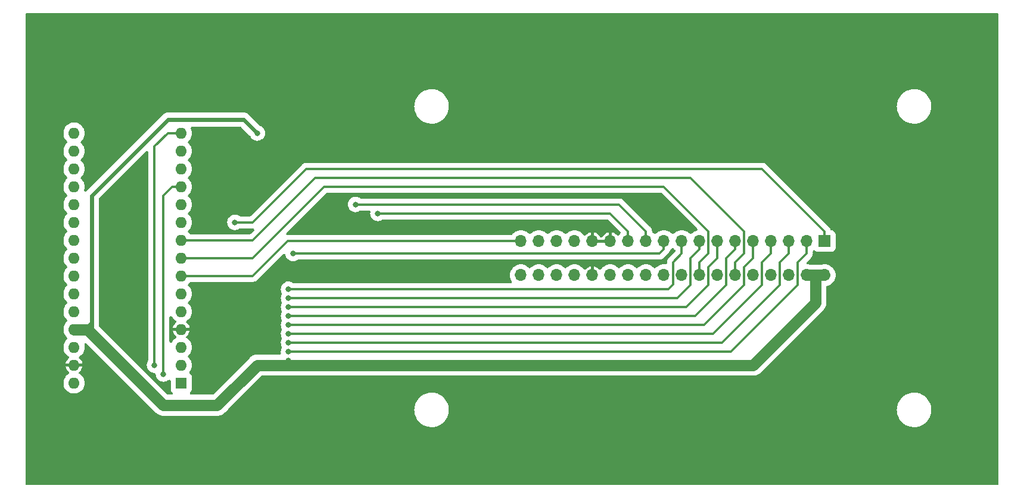
<source format=gbr>
%TF.GenerationSoftware,KiCad,Pcbnew,(6.0.0)*%
%TF.CreationDate,2022-02-22T05:40:17+01:00*%
%TF.ProjectId,Programmer,50726f67-7261-46d6-9d65-722e6b696361,rev?*%
%TF.SameCoordinates,Original*%
%TF.FileFunction,Copper,L2,Bot*%
%TF.FilePolarity,Positive*%
%FSLAX46Y46*%
G04 Gerber Fmt 4.6, Leading zero omitted, Abs format (unit mm)*
G04 Created by KiCad (PCBNEW (6.0.0)) date 2022-02-22 05:40:17*
%MOMM*%
%LPD*%
G01*
G04 APERTURE LIST*
%TA.AperFunction,ComponentPad*%
%ADD10R,1.600000X1.600000*%
%TD*%
%TA.AperFunction,ComponentPad*%
%ADD11O,1.600000X1.600000*%
%TD*%
%TA.AperFunction,ComponentPad*%
%ADD12R,1.700000X1.700000*%
%TD*%
%TA.AperFunction,ComponentPad*%
%ADD13O,1.700000X1.700000*%
%TD*%
%TA.AperFunction,ViaPad*%
%ADD14C,0.800000*%
%TD*%
%TA.AperFunction,Conductor*%
%ADD15C,0.600000*%
%TD*%
%TA.AperFunction,Conductor*%
%ADD16C,1.600000*%
%TD*%
%TA.AperFunction,Conductor*%
%ADD17C,0.300000*%
%TD*%
G04 APERTURE END LIST*
D10*
%TO.P,U1,1,D1/TX*%
%TO.N,unconnected-(U1-Pad1)*%
X91430000Y-106680000D03*
D11*
%TO.P,U1,2,D0/RX*%
%TO.N,unconnected-(U1-Pad2)*%
X91430000Y-104140000D03*
%TO.P,U1,3,~{RESET}*%
%TO.N,unconnected-(U1-Pad3)*%
X91430000Y-101600000D03*
%TO.P,U1,4,GND*%
%TO.N,GND*%
X91430000Y-99060000D03*
%TO.P,U1,5,D2*%
%TO.N,Net-(U1-Pad5)*%
X91430000Y-96520000D03*
%TO.P,U1,6,D3*%
%TO.N,unconnected-(U1-Pad6)*%
X91430000Y-93980000D03*
%TO.P,U1,7,D4*%
%TO.N,PB6*%
X91430000Y-91440000D03*
%TO.P,U1,8,D5*%
%TO.N,~{CE}*%
X91430000Y-88900000D03*
%TO.P,U1,9,D6*%
%TO.N,~{OE}*%
X91430000Y-86360000D03*
%TO.P,U1,10,D7*%
%TO.N,Net-(R1-Pad1)*%
X91430000Y-83820000D03*
%TO.P,U1,11,D8*%
%TO.N,unconnected-(U1-Pad11)*%
X91430000Y-81280000D03*
%TO.P,U1,12,D9*%
%TO.N,/~{RESET}*%
X91430000Y-78740000D03*
%TO.P,U1,13,D10*%
%TO.N,Net-(R3-Pad1)*%
X91430000Y-76200000D03*
%TO.P,U1,14,D11*%
%TO.N,Net-(R4-Pad1)*%
X91430000Y-73660000D03*
%TO.P,U1,15,D12*%
%TO.N,/MISO*%
X91430000Y-71120000D03*
%TO.P,U1,16,D13*%
%TO.N,Net-(R5-Pad1)*%
X76190000Y-71120000D03*
%TO.P,U1,17,3V3*%
%TO.N,unconnected-(U1-Pad17)*%
X76190000Y-73660000D03*
%TO.P,U1,18,AREF*%
%TO.N,unconnected-(U1-Pad18)*%
X76190000Y-76200000D03*
%TO.P,U1,19,A0*%
%TO.N,unconnected-(U1-Pad19)*%
X76190000Y-78740000D03*
%TO.P,U1,20,A1*%
%TO.N,unconnected-(U1-Pad20)*%
X76190000Y-81280000D03*
%TO.P,U1,21,A2*%
%TO.N,unconnected-(U1-Pad21)*%
X76190000Y-83820000D03*
%TO.P,U1,22,A3*%
%TO.N,unconnected-(U1-Pad22)*%
X76190000Y-86360000D03*
%TO.P,U1,23,A4*%
%TO.N,unconnected-(U1-Pad23)*%
X76190000Y-88900000D03*
%TO.P,U1,24,A5*%
%TO.N,unconnected-(U1-Pad24)*%
X76190000Y-91440000D03*
%TO.P,U1,25,A6*%
%TO.N,unconnected-(U1-Pad25)*%
X76190000Y-93980000D03*
%TO.P,U1,26,A7*%
%TO.N,unconnected-(U1-Pad26)*%
X76190000Y-96520000D03*
%TO.P,U1,27,+5V*%
%TO.N,+5V*%
X76190000Y-99060000D03*
%TO.P,U1,28,~{RESET}*%
%TO.N,unconnected-(U1-Pad28)*%
X76190000Y-101600000D03*
%TO.P,U1,29,GND*%
%TO.N,GND*%
X76190000Y-104140000D03*
%TO.P,U1,30,VIN*%
%TO.N,unconnected-(U1-Pad30)*%
X76190000Y-106680000D03*
%TD*%
D12*
%TO.P,J1,1,HALT*%
%TO.N,~{RW}*%
X182880000Y-86494300D03*
D13*
%TO.P,J1,2,VCC*%
%TO.N,+5V*%
X182880000Y-91345700D03*
%TO.P,J1,3,A7*%
%TO.N,Net-(J1-Pad3)*%
X180340000Y-86494300D03*
%TO.P,J1,4,VCC2*%
%TO.N,+5V*%
X180340000Y-91345700D03*
%TO.P,J1,5,A6*%
%TO.N,Net-(J1-Pad5)*%
X177800000Y-86494300D03*
%TO.P,J1,6,A8*%
%TO.N,Net-(J1-Pad6)*%
X177800000Y-91345700D03*
%TO.P,J1,7,A5*%
%TO.N,Net-(J1-Pad7)*%
X175260000Y-86494300D03*
%TO.P,J1,8,A9*%
%TO.N,Net-(J1-Pad8)*%
X175260000Y-91345700D03*
%TO.P,J1,9,A4*%
%TO.N,Net-(J1-Pad9)*%
X172720000Y-86494300D03*
%TO.P,J1,10,A11*%
%TO.N,Net-(J1-Pad10)*%
X172720000Y-91345700D03*
%TO.P,J1,11,A3*%
%TO.N,Net-(J1-Pad11)*%
X170180000Y-86494300D03*
%TO.P,J1,12,OE*%
%TO.N,~{OE}*%
X170180000Y-91345700D03*
%TO.P,J1,13,A2*%
%TO.N,Net-(J1-Pad13)*%
X167640000Y-86494300D03*
%TO.P,J1,14,A10*%
%TO.N,Net-(J1-Pad14)*%
X167640000Y-91345700D03*
%TO.P,J1,15,A1*%
%TO.N,Net-(J1-Pad15)*%
X165100000Y-86494300D03*
%TO.P,J1,16,CE*%
%TO.N,~{CE}*%
X165100000Y-91345700D03*
%TO.P,J1,17,A0*%
%TO.N,Net-(J1-Pad17)*%
X162560000Y-86494300D03*
%TO.P,J1,18,D7*%
%TO.N,Net-(J1-Pad18)*%
X162560000Y-91345700D03*
%TO.P,J1,19,D0*%
%TO.N,Net-(J1-Pad19)*%
X160020000Y-86494300D03*
%TO.P,J1,20,D6*%
%TO.N,Net-(J1-Pad20)*%
X160020000Y-91345700D03*
%TO.P,J1,21,D1*%
%TO.N,Net-(J1-Pad21)*%
X157480000Y-86494300D03*
%TO.P,J1,22,D5*%
%TO.N,Net-(J1-Pad22)*%
X157480000Y-91345700D03*
%TO.P,J1,23,D2*%
%TO.N,Net-(J1-Pad23)*%
X154940000Y-86494300D03*
%TO.P,J1,24,D4*%
%TO.N,Net-(J1-Pad24)*%
X154940000Y-91345700D03*
%TO.P,J1,25,GND*%
%TO.N,GND*%
X152400000Y-86494300D03*
%TO.P,J1,26,D3*%
%TO.N,Net-(J1-Pad26)*%
X152400000Y-91345700D03*
%TO.P,J1,27,GND1*%
%TO.N,GND*%
X149860000Y-86494300D03*
%TO.P,J1,28,GND2*%
X149860000Y-91345700D03*
%TO.P,J1,29,A12*%
%TO.N,Net-(J1-Pad29)*%
X147320000Y-86494300D03*
%TO.P,J1,30,RW*%
%TO.N,unconnected-(J1-Pad30)*%
X147320000Y-91345700D03*
%TO.P,J1,31,A13*%
%TO.N,Net-(J1-Pad31)*%
X144780000Y-86494300D03*
%TO.P,J1,32,CART*%
%TO.N,unconnected-(J1-Pad32)*%
X144780000Y-91345700D03*
%TO.P,J1,33,A14*%
%TO.N,Net-(J1-Pad33)*%
X142240000Y-86494300D03*
%TO.P,J1,34,NMI*%
%TO.N,unconnected-(J1-Pad34)*%
X142240000Y-91345700D03*
%TO.P,J1,35,PB6*%
%TO.N,PB6*%
X139700000Y-86494300D03*
%TO.P,J1,36,IRQ*%
%TO.N,unconnected-(J1-Pad36)*%
X139700000Y-91345700D03*
%TD*%
D14*
%TO.N,+5V*%
X102235000Y-71120000D03*
X106680000Y-103505000D03*
%TO.N,Net-(J1-Pad3)*%
X106680000Y-102235000D03*
%TO.N,~{RW}*%
X99060000Y-83820000D03*
%TO.N,Net-(J1-Pad5)*%
X106680000Y-100965000D03*
%TO.N,Net-(J1-Pad7)*%
X106680000Y-99695000D03*
%TO.N,Net-(J1-Pad9)*%
X106680000Y-98425000D03*
%TO.N,Net-(J1-Pad11)*%
X106680000Y-97155000D03*
%TO.N,Net-(J1-Pad13)*%
X106680000Y-95885000D03*
%TO.N,Net-(J1-Pad15)*%
X106680000Y-94615000D03*
%TO.N,Net-(J1-Pad17)*%
X106680000Y-93345000D03*
%TO.N,Net-(J1-Pad19)*%
X107315000Y-88265000D03*
%TO.N,Net-(J1-Pad21)*%
X116205000Y-81280000D03*
%TO.N,Net-(J1-Pad23)*%
X119380000Y-82550000D03*
%TO.N,GND*%
X139700000Y-58420000D03*
X121285000Y-90805000D03*
X111125000Y-84455000D03*
X84455000Y-77470000D03*
X93599000Y-70612000D03*
X203200000Y-116840000D03*
X73660000Y-116840000D03*
X100965000Y-99695000D03*
X109220000Y-74295000D03*
X136525000Y-90805000D03*
X136525000Y-84455000D03*
X97917000Y-70612000D03*
X203200000Y-58420000D03*
X84455000Y-71120000D03*
X84455000Y-87630000D03*
X100965000Y-93980000D03*
X100965000Y-81280000D03*
X93980000Y-93980000D03*
X106680000Y-90805000D03*
X93599000Y-81280000D03*
X84455000Y-101600000D03*
X73660000Y-58420000D03*
X109220000Y-106680000D03*
X139700000Y-116840000D03*
X121285000Y-84455000D03*
X111125000Y-90805000D03*
X109220000Y-67945000D03*
%TO.N,/MISO*%
X87630000Y-104140000D03*
%TO.N,/~{RESET}*%
X88900000Y-105410000D03*
%TD*%
D15*
%TO.N,+5V*%
X89535000Y-69215000D02*
X78740000Y-80010000D01*
X78740000Y-80010000D02*
X78740000Y-98107500D01*
D16*
X78105000Y-99060000D02*
X78740000Y-99695000D01*
X88900000Y-109855000D02*
X96520000Y-109855000D01*
X172720000Y-104140000D02*
X181610000Y-95250000D01*
D15*
X78740000Y-98107500D02*
X78740000Y-99695000D01*
X78105000Y-98742500D02*
X78105000Y-99060000D01*
D16*
X76190000Y-99060000D02*
X78105000Y-99060000D01*
X181610000Y-91440000D02*
X181515700Y-91345700D01*
X181515700Y-91345700D02*
X180340000Y-91345700D01*
X78740000Y-99695000D02*
X88900000Y-109855000D01*
X96520000Y-109855000D02*
X102235000Y-104140000D01*
X181515700Y-91345700D02*
X182880000Y-91345700D01*
D15*
X78740000Y-98107500D02*
X78105000Y-98742500D01*
D16*
X102235000Y-104140000D02*
X172720000Y-104140000D01*
X181610000Y-95250000D02*
X181610000Y-91440000D01*
D15*
X102235000Y-71120000D02*
X100330000Y-69215000D01*
X100330000Y-69215000D02*
X89535000Y-69215000D01*
D17*
%TO.N,Net-(J1-Pad3)*%
X169545000Y-102235000D02*
X106680000Y-102235000D01*
X180340000Y-88265000D02*
X179070000Y-89535000D01*
X180340000Y-86494300D02*
X180340000Y-88265000D01*
X179070000Y-92710000D02*
X169545000Y-102235000D01*
X179070000Y-89535000D02*
X179070000Y-92710000D01*
%TO.N,~{RW}*%
X109220000Y-76200000D02*
X173990000Y-76200000D01*
X182880000Y-85090000D02*
X182880000Y-86494300D01*
X99060000Y-83820000D02*
X101600000Y-83820000D01*
X101600000Y-83820000D02*
X109220000Y-76200000D01*
X173990000Y-76200000D02*
X182880000Y-85090000D01*
%TO.N,Net-(J1-Pad5)*%
X177800000Y-88265000D02*
X177800000Y-86494300D01*
X176530000Y-89535000D02*
X177800000Y-88265000D01*
X106680000Y-100965000D02*
X168275000Y-100965000D01*
X176530000Y-92710000D02*
X176530000Y-89535000D01*
X168275000Y-100965000D02*
X176530000Y-92710000D01*
%TO.N,Net-(J1-Pad7)*%
X173990000Y-92710000D02*
X167005000Y-99695000D01*
X175260000Y-88265000D02*
X173990000Y-89535000D01*
X175260000Y-86494300D02*
X175260000Y-88265000D01*
X173990000Y-89535000D02*
X173990000Y-92710000D01*
X167005000Y-99695000D02*
X106680000Y-99695000D01*
%TO.N,Net-(J1-Pad9)*%
X172720000Y-88900000D02*
X172720000Y-86494300D01*
X171450000Y-90170000D02*
X172720000Y-88900000D01*
X171450000Y-92710000D02*
X171450000Y-90170000D01*
X106680000Y-98425000D02*
X165735000Y-98425000D01*
X165735000Y-98425000D02*
X171450000Y-92710000D01*
%TO.N,Net-(J1-Pad11)*%
X170180000Y-87630000D02*
X168910000Y-88900000D01*
X168910000Y-92710000D02*
X164465000Y-97155000D01*
X168910000Y-88900000D02*
X168910000Y-92710000D01*
X164465000Y-97155000D02*
X106680000Y-97155000D01*
X170180000Y-86494300D02*
X170180000Y-87630000D01*
%TO.N,~{OE}*%
X171450000Y-88265000D02*
X171450000Y-85090000D01*
X171450000Y-85090000D02*
X163830000Y-77470000D01*
X110490000Y-77470000D02*
X101600000Y-86360000D01*
X101600000Y-86360000D02*
X91430000Y-86360000D01*
X170180000Y-89535000D02*
X171450000Y-88265000D01*
X170180000Y-91345700D02*
X170180000Y-89535000D01*
X163830000Y-77470000D02*
X110490000Y-77470000D01*
%TO.N,Net-(J1-Pad13)*%
X163195000Y-95885000D02*
X166370000Y-92710000D01*
X166370000Y-92710000D02*
X166370000Y-90170000D01*
X166370000Y-90170000D02*
X167640000Y-88900000D01*
X106680000Y-95885000D02*
X163195000Y-95885000D01*
X167640000Y-88900000D02*
X167640000Y-86494300D01*
%TO.N,Net-(J1-Pad15)*%
X163830000Y-88900000D02*
X163830000Y-92710000D01*
X161925000Y-94615000D02*
X106680000Y-94615000D01*
X165100000Y-86494300D02*
X165100000Y-87630000D01*
X165100000Y-87630000D02*
X163830000Y-88900000D01*
X163830000Y-92710000D02*
X161925000Y-94615000D01*
%TO.N,~{CE}*%
X165100000Y-91345700D02*
X165100000Y-89535000D01*
X101600000Y-88900000D02*
X91430000Y-88900000D01*
X165100000Y-89535000D02*
X166370000Y-88265000D01*
X111760000Y-78740000D02*
X101600000Y-88900000D01*
X160020000Y-78740000D02*
X111760000Y-78740000D01*
X166370000Y-88265000D02*
X166370000Y-85090000D01*
X166370000Y-85090000D02*
X160020000Y-78740000D01*
%TO.N,Net-(J1-Pad17)*%
X106680000Y-93345000D02*
X160655000Y-93345000D01*
X161310489Y-89514511D02*
X162560000Y-88265000D01*
X162560000Y-88265000D02*
X162560000Y-86494300D01*
X160655000Y-93345000D02*
X161310489Y-92689511D01*
X161310489Y-92689511D02*
X161310489Y-89514511D01*
%TO.N,Net-(J1-Pad19)*%
X160020000Y-87630000D02*
X160020000Y-86494300D01*
X107315000Y-88265000D02*
X159385000Y-88265000D01*
X159385000Y-88265000D02*
X160020000Y-87630000D01*
%TO.N,Net-(J1-Pad21)*%
X157480000Y-85090000D02*
X157480000Y-86494300D01*
X116205000Y-81280000D02*
X153670000Y-81280000D01*
X153670000Y-81280000D02*
X157480000Y-85090000D01*
%TO.N,Net-(J1-Pad23)*%
X152400000Y-82550000D02*
X154940000Y-85090000D01*
X119380000Y-82550000D02*
X152400000Y-82550000D01*
X154940000Y-85090000D02*
X154940000Y-86494300D01*
%TO.N,PB6*%
X139700000Y-86494300D02*
X106545700Y-86494300D01*
X101600000Y-91440000D02*
X91430000Y-91440000D01*
X106545700Y-86494300D02*
X101600000Y-91440000D01*
%TO.N,/MISO*%
X89535000Y-71120000D02*
X91430000Y-71120000D01*
X87630000Y-104140000D02*
X87630000Y-73025000D01*
X87630000Y-73025000D02*
X89535000Y-71120000D01*
%TO.N,/~{RESET}*%
X90170000Y-78740000D02*
X91430000Y-78740000D01*
X88900000Y-80010000D02*
X90170000Y-78740000D01*
X88900000Y-105410000D02*
X88900000Y-80010000D01*
%TD*%
%TA.AperFunction,Conductor*%
%TO.N,GND*%
G36*
X207467343Y-54059707D02*
G01*
X207536584Y-54114926D01*
X207575011Y-54194718D01*
X207580000Y-54239000D01*
X207580000Y-121021000D01*
X207560293Y-121107343D01*
X207505074Y-121176584D01*
X207425282Y-121215011D01*
X207381000Y-121220000D01*
X69479000Y-121220000D01*
X69392657Y-121200293D01*
X69323416Y-121145074D01*
X69284989Y-121065282D01*
X69280000Y-121021000D01*
X69280000Y-106643214D01*
X74684806Y-106643214D01*
X74685276Y-106651367D01*
X74685276Y-106651373D01*
X74690863Y-106748264D01*
X74699010Y-106889545D01*
X74753255Y-107130249D01*
X74846084Y-107358861D01*
X74850351Y-107365824D01*
X74850352Y-107365826D01*
X74970739Y-107562279D01*
X74970743Y-107562284D01*
X74975006Y-107569241D01*
X74980352Y-107575412D01*
X74980353Y-107575414D01*
X75017819Y-107618666D01*
X75136557Y-107755741D01*
X75326399Y-107913351D01*
X75539433Y-108037838D01*
X75547063Y-108040752D01*
X75547066Y-108040753D01*
X75762313Y-108122947D01*
X75769939Y-108125859D01*
X75890535Y-108150395D01*
X76003728Y-108173425D01*
X76003731Y-108173425D01*
X76011726Y-108175052D01*
X76113741Y-108178793D01*
X76250139Y-108183794D01*
X76250142Y-108183794D01*
X76258300Y-108184093D01*
X76266393Y-108183056D01*
X76266398Y-108183056D01*
X76494941Y-108153779D01*
X76494945Y-108153778D01*
X76503041Y-108152741D01*
X76570372Y-108132541D01*
X76731558Y-108084183D01*
X76731559Y-108084183D01*
X76739374Y-108081838D01*
X76746703Y-108078248D01*
X76746707Y-108078246D01*
X76953622Y-107976879D01*
X76953623Y-107976879D01*
X76960954Y-107973287D01*
X77161829Y-107830004D01*
X77336605Y-107655837D01*
X77480588Y-107455463D01*
X77484209Y-107448137D01*
X77586296Y-107241579D01*
X77586297Y-107241576D01*
X77589911Y-107234264D01*
X77592283Y-107226457D01*
X77659267Y-107005988D01*
X77659268Y-107005985D01*
X77661639Y-106998180D01*
X77674892Y-106897517D01*
X77693155Y-106758791D01*
X77693845Y-106753550D01*
X77695643Y-106680000D01*
X77675425Y-106434089D01*
X77673438Y-106426179D01*
X77673437Y-106426172D01*
X77617306Y-106202706D01*
X77615316Y-106194783D01*
X77600238Y-106160104D01*
X77520186Y-105976000D01*
X77516928Y-105968507D01*
X77423447Y-105824007D01*
X77387340Y-105768194D01*
X77387338Y-105768192D01*
X77382905Y-105761339D01*
X77362771Y-105739212D01*
X77222347Y-105584887D01*
X77222344Y-105584884D01*
X77216846Y-105578842D01*
X77185496Y-105554083D01*
X77029613Y-105430974D01*
X77029607Y-105430970D01*
X77023210Y-105425918D01*
X76976285Y-105400014D01*
X76910219Y-105341033D01*
X76876286Y-105259229D01*
X76881208Y-105170802D01*
X76924009Y-105093268D01*
X76945210Y-105072798D01*
X77035146Y-104997999D01*
X77047999Y-104985146D01*
X77177349Y-104829620D01*
X77187647Y-104814637D01*
X77286496Y-104638130D01*
X77293882Y-104621540D01*
X77358912Y-104429970D01*
X77363151Y-104412312D01*
X77370419Y-104362189D01*
X77368856Y-104342796D01*
X77368318Y-104342434D01*
X77355255Y-104340000D01*
X75025033Y-104340000D01*
X75008199Y-104343842D01*
X75008430Y-104362918D01*
X75051738Y-104533442D01*
X75057803Y-104550567D01*
X75142497Y-104734283D01*
X75151586Y-104750025D01*
X75268339Y-104915226D01*
X75280135Y-104929039D01*
X75425050Y-105070209D01*
X75426905Y-105071711D01*
X75427923Y-105073008D01*
X75431580Y-105076570D01*
X75431104Y-105077058D01*
X75481603Y-105141365D01*
X75500662Y-105227853D01*
X75480309Y-105314045D01*
X75424573Y-105382871D01*
X75401712Y-105397615D01*
X75401836Y-105397811D01*
X75394927Y-105402162D01*
X75387679Y-105405935D01*
X75381143Y-105410842D01*
X75381142Y-105410843D01*
X75366318Y-105421973D01*
X75190364Y-105554083D01*
X75184720Y-105559989D01*
X75184719Y-105559990D01*
X75105577Y-105642808D01*
X75019896Y-105732468D01*
X75015298Y-105739208D01*
X75015295Y-105739212D01*
X74954341Y-105828568D01*
X74880851Y-105936300D01*
X74776965Y-106160104D01*
X74711026Y-106397871D01*
X74684806Y-106643214D01*
X69280000Y-106643214D01*
X69280000Y-101563214D01*
X74684806Y-101563214D01*
X74685276Y-101571367D01*
X74685276Y-101571373D01*
X74688833Y-101633057D01*
X74699010Y-101809545D01*
X74753255Y-102050249D01*
X74846084Y-102278861D01*
X74850351Y-102285824D01*
X74850352Y-102285826D01*
X74970739Y-102482279D01*
X74970743Y-102482284D01*
X74975006Y-102489241D01*
X75136557Y-102675741D01*
X75326399Y-102833351D01*
X75392094Y-102871740D01*
X75408076Y-102881079D01*
X75472681Y-102941656D01*
X75504605Y-103024266D01*
X75497524Y-103112546D01*
X75452842Y-103189011D01*
X75438886Y-103202510D01*
X75322682Y-103304420D01*
X75310175Y-103317599D01*
X75184932Y-103476469D01*
X75175037Y-103491706D01*
X75080840Y-103670745D01*
X75073891Y-103687520D01*
X75013901Y-103880719D01*
X75010121Y-103898502D01*
X75007845Y-103917736D01*
X75009915Y-103937079D01*
X75011609Y-103938157D01*
X75022274Y-103940000D01*
X77354341Y-103940000D01*
X77373311Y-103935670D01*
X77374768Y-103932645D01*
X77375195Y-103926222D01*
X77372485Y-103911602D01*
X77317572Y-103716895D01*
X77311061Y-103699934D01*
X77221588Y-103518500D01*
X77212092Y-103503004D01*
X77091054Y-103340915D01*
X77078891Y-103327407D01*
X76942095Y-103200954D01*
X76892068Y-103127873D01*
X76878705Y-103040324D01*
X76904651Y-102955647D01*
X76961616Y-102892815D01*
X77155185Y-102754743D01*
X77161829Y-102750004D01*
X77260413Y-102651764D01*
X77330817Y-102581605D01*
X77330818Y-102581604D01*
X77336605Y-102575837D01*
X77480588Y-102375463D01*
X77517990Y-102299786D01*
X77586296Y-102161579D01*
X77586297Y-102161576D01*
X77589911Y-102154264D01*
X77592283Y-102146457D01*
X77659267Y-101925988D01*
X77659268Y-101925985D01*
X77661639Y-101918180D01*
X77674464Y-101820768D01*
X77693155Y-101678791D01*
X77693845Y-101673550D01*
X77695643Y-101600000D01*
X77675425Y-101354089D01*
X77673436Y-101346169D01*
X77649019Y-101248958D01*
X77647099Y-101160415D01*
X77683786Y-101079808D01*
X77751814Y-101023102D01*
X77837709Y-101001527D01*
X77924459Y-101019357D01*
X77982738Y-101059766D01*
X87753496Y-110830524D01*
X87763584Y-110842150D01*
X87763756Y-110841997D01*
X87769182Y-110848108D01*
X87774083Y-110854636D01*
X87779986Y-110860277D01*
X87851908Y-110929007D01*
X87855137Y-110932164D01*
X87883219Y-110960246D01*
X87886324Y-110962880D01*
X87886328Y-110962883D01*
X87890978Y-110966827D01*
X87899741Y-110974718D01*
X87901513Y-110976411D01*
X87952468Y-111025104D01*
X87959212Y-111029705D01*
X87959215Y-111029707D01*
X87980801Y-111044432D01*
X87997366Y-111057051D01*
X88023531Y-111079240D01*
X88058699Y-111100288D01*
X88086111Y-111116694D01*
X88096055Y-111123054D01*
X88149545Y-111159542D01*
X88149553Y-111159546D01*
X88156300Y-111164149D01*
X88163709Y-111167588D01*
X88163716Y-111167592D01*
X88187413Y-111178592D01*
X88205819Y-111188337D01*
X88217960Y-111195603D01*
X88235250Y-111205951D01*
X88242851Y-111208945D01*
X88242855Y-111208947D01*
X88303096Y-111232676D01*
X88313949Y-111237327D01*
X88380104Y-111268035D01*
X88387966Y-111270215D01*
X88387973Y-111270218D01*
X88413163Y-111277204D01*
X88432907Y-111283810D01*
X88445256Y-111288674D01*
X88464822Y-111296381D01*
X88472802Y-111298092D01*
X88472819Y-111298097D01*
X88536130Y-111311670D01*
X88547593Y-111314485D01*
X88591133Y-111326559D01*
X88617871Y-111333974D01*
X88651969Y-111337618D01*
X88672540Y-111340913D01*
X88698088Y-111346390D01*
X88698093Y-111346391D01*
X88706080Y-111348103D01*
X88714234Y-111348487D01*
X88714238Y-111348488D01*
X88778920Y-111351538D01*
X88790692Y-111352444D01*
X88814016Y-111354937D01*
X88814033Y-111354938D01*
X88819292Y-111355500D01*
X88858246Y-111355500D01*
X88867621Y-111355721D01*
X88952547Y-111359726D01*
X88960659Y-111358773D01*
X88960660Y-111358773D01*
X88976952Y-111356859D01*
X89000170Y-111355500D01*
X96399098Y-111355500D01*
X96414455Y-111356588D01*
X96414469Y-111356358D01*
X96422622Y-111356842D01*
X96430706Y-111357993D01*
X96438867Y-111357808D01*
X96438871Y-111357808D01*
X96538313Y-111355551D01*
X96542828Y-111355500D01*
X96582554Y-111355500D01*
X96592686Y-111354667D01*
X96604455Y-111354050D01*
X96677382Y-111352395D01*
X96685414Y-111350877D01*
X96685417Y-111350877D01*
X96711089Y-111346027D01*
X96731725Y-111343236D01*
X96746985Y-111341981D01*
X96765911Y-111340425D01*
X96836656Y-111322656D01*
X96848171Y-111320124D01*
X96911806Y-111308100D01*
X96911809Y-111308099D01*
X96919833Y-111306583D01*
X96927508Y-111303774D01*
X96927513Y-111303773D01*
X96952040Y-111294798D01*
X96971946Y-111288674D01*
X96997285Y-111282309D01*
X96997292Y-111282307D01*
X97005217Y-111280316D01*
X97012706Y-111277060D01*
X97012711Y-111277058D01*
X97072090Y-111251239D01*
X97083052Y-111246854D01*
X97143883Y-111224593D01*
X97143884Y-111224593D01*
X97151545Y-111221789D01*
X97181401Y-111204897D01*
X97200033Y-111195607D01*
X97231493Y-111181928D01*
X97292729Y-111142313D01*
X97302827Y-111136198D01*
X97359192Y-111104308D01*
X97359193Y-111104307D01*
X97366297Y-111100288D01*
X97372642Y-111095169D01*
X97372647Y-111095165D01*
X97393000Y-111078742D01*
X97409862Y-111066536D01*
X97438661Y-111047905D01*
X97492615Y-110998811D01*
X97501549Y-110991154D01*
X97523945Y-110973083D01*
X97551491Y-110945537D01*
X97558276Y-110939064D01*
X97615113Y-110887347D01*
X97615116Y-110887344D01*
X97621158Y-110881846D01*
X97626219Y-110875437D01*
X97626227Y-110875429D01*
X97636389Y-110862561D01*
X97651846Y-110845182D01*
X98089856Y-110407172D01*
X124546609Y-110407172D01*
X124553429Y-110719745D01*
X124554372Y-110726016D01*
X124595387Y-110998826D01*
X124599911Y-111028918D01*
X124685301Y-111329678D01*
X124808215Y-111617150D01*
X124966661Y-111886674D01*
X125158069Y-112133881D01*
X125379336Y-112354763D01*
X125626877Y-112545739D01*
X125632351Y-112548944D01*
X125810917Y-112653499D01*
X125896677Y-112703714D01*
X125902503Y-112706193D01*
X125902507Y-112706195D01*
X126178534Y-112823646D01*
X126178538Y-112823647D01*
X126184363Y-112826126D01*
X126385235Y-112882778D01*
X126397558Y-112886253D01*
X126485272Y-112910991D01*
X126633165Y-112932962D01*
X126789332Y-112956162D01*
X126789341Y-112956163D01*
X126794525Y-112956933D01*
X126879631Y-112960500D01*
X127079085Y-112960500D01*
X127082244Y-112960298D01*
X127082259Y-112960298D01*
X127305687Y-112946045D01*
X127305694Y-112946044D01*
X127312013Y-112945641D01*
X127318227Y-112944439D01*
X127318233Y-112944438D01*
X127612735Y-112887459D01*
X127612736Y-112887459D01*
X127618968Y-112886253D01*
X127915888Y-112788344D01*
X128197961Y-112653499D01*
X128203289Y-112650059D01*
X128455292Y-112487344D01*
X128455299Y-112487339D01*
X128460614Y-112483907D01*
X128699589Y-112282315D01*
X128911011Y-112051992D01*
X129091454Y-111796671D01*
X129237992Y-111520492D01*
X129348249Y-111227932D01*
X129395477Y-111028918D01*
X129418977Y-110929895D01*
X129418978Y-110929890D01*
X129420439Y-110923733D01*
X129424296Y-110887347D01*
X129452724Y-110619120D01*
X129453391Y-110612828D01*
X129448904Y-110407172D01*
X193126609Y-110407172D01*
X193133429Y-110719745D01*
X193134372Y-110726016D01*
X193175387Y-110998826D01*
X193179911Y-111028918D01*
X193265301Y-111329678D01*
X193388215Y-111617150D01*
X193546661Y-111886674D01*
X193738069Y-112133881D01*
X193959336Y-112354763D01*
X194206877Y-112545739D01*
X194212351Y-112548944D01*
X194390917Y-112653499D01*
X194476677Y-112703714D01*
X194482503Y-112706193D01*
X194482507Y-112706195D01*
X194758534Y-112823646D01*
X194758538Y-112823647D01*
X194764363Y-112826126D01*
X194965235Y-112882778D01*
X194977558Y-112886253D01*
X195065272Y-112910991D01*
X195213165Y-112932962D01*
X195369332Y-112956162D01*
X195369341Y-112956163D01*
X195374525Y-112956933D01*
X195459631Y-112960500D01*
X195659085Y-112960500D01*
X195662244Y-112960298D01*
X195662259Y-112960298D01*
X195885687Y-112946045D01*
X195885694Y-112946044D01*
X195892013Y-112945641D01*
X195898227Y-112944439D01*
X195898233Y-112944438D01*
X196192735Y-112887459D01*
X196192736Y-112887459D01*
X196198968Y-112886253D01*
X196495888Y-112788344D01*
X196777961Y-112653499D01*
X196783289Y-112650059D01*
X197035292Y-112487344D01*
X197035299Y-112487339D01*
X197040614Y-112483907D01*
X197279589Y-112282315D01*
X197491011Y-112051992D01*
X197671454Y-111796671D01*
X197817992Y-111520492D01*
X197928249Y-111227932D01*
X197975477Y-111028918D01*
X197998977Y-110929895D01*
X197998978Y-110929890D01*
X198000439Y-110923733D01*
X198004296Y-110887347D01*
X198032724Y-110619120D01*
X198033391Y-110612828D01*
X198026571Y-110300255D01*
X197995903Y-110096267D01*
X197981032Y-109997351D01*
X197981030Y-109997343D01*
X197980089Y-109991082D01*
X197894699Y-109690322D01*
X197771785Y-109402850D01*
X197613339Y-109133326D01*
X197421931Y-108886119D01*
X197200664Y-108665237D01*
X196953123Y-108474261D01*
X196774959Y-108369941D01*
X196688792Y-108319488D01*
X196688789Y-108319487D01*
X196683323Y-108316286D01*
X196677497Y-108313807D01*
X196677493Y-108313805D01*
X196401466Y-108196354D01*
X196401462Y-108196353D01*
X196395637Y-108193874D01*
X196189495Y-108135736D01*
X196100820Y-108110727D01*
X196100818Y-108110727D01*
X196094728Y-108109009D01*
X195911830Y-108081838D01*
X195790668Y-108063838D01*
X195790659Y-108063837D01*
X195785475Y-108063067D01*
X195700369Y-108059500D01*
X195500915Y-108059500D01*
X195497756Y-108059702D01*
X195497741Y-108059702D01*
X195274313Y-108073955D01*
X195274306Y-108073956D01*
X195267987Y-108074359D01*
X195261773Y-108075561D01*
X195261767Y-108075562D01*
X194967265Y-108132541D01*
X194961032Y-108133747D01*
X194664112Y-108231656D01*
X194658389Y-108234392D01*
X194430503Y-108343333D01*
X194382039Y-108366501D01*
X194376714Y-108369940D01*
X194376711Y-108369941D01*
X194124708Y-108532656D01*
X194124701Y-108532661D01*
X194119386Y-108536093D01*
X193880411Y-108737685D01*
X193668989Y-108968008D01*
X193488546Y-109223329D01*
X193342008Y-109499508D01*
X193231751Y-109792068D01*
X193159561Y-110096267D01*
X193158894Y-110102557D01*
X193158893Y-110102565D01*
X193133789Y-110339432D01*
X193126609Y-110407172D01*
X129448904Y-110407172D01*
X129446571Y-110300255D01*
X129415903Y-110096267D01*
X129401032Y-109997351D01*
X129401030Y-109997343D01*
X129400089Y-109991082D01*
X129314699Y-109690322D01*
X129191785Y-109402850D01*
X129033339Y-109133326D01*
X128841931Y-108886119D01*
X128620664Y-108665237D01*
X128373123Y-108474261D01*
X128194959Y-108369941D01*
X128108792Y-108319488D01*
X128108789Y-108319487D01*
X128103323Y-108316286D01*
X128097497Y-108313807D01*
X128097493Y-108313805D01*
X127821466Y-108196354D01*
X127821462Y-108196353D01*
X127815637Y-108193874D01*
X127609495Y-108135736D01*
X127520820Y-108110727D01*
X127520818Y-108110727D01*
X127514728Y-108109009D01*
X127331830Y-108081838D01*
X127210668Y-108063838D01*
X127210659Y-108063837D01*
X127205475Y-108063067D01*
X127120369Y-108059500D01*
X126920915Y-108059500D01*
X126917756Y-108059702D01*
X126917741Y-108059702D01*
X126694313Y-108073955D01*
X126694306Y-108073956D01*
X126687987Y-108074359D01*
X126681773Y-108075561D01*
X126681767Y-108075562D01*
X126387265Y-108132541D01*
X126381032Y-108133747D01*
X126084112Y-108231656D01*
X126078389Y-108234392D01*
X125850503Y-108343333D01*
X125802039Y-108366501D01*
X125796714Y-108369940D01*
X125796711Y-108369941D01*
X125544708Y-108532656D01*
X125544701Y-108532661D01*
X125539386Y-108536093D01*
X125300411Y-108737685D01*
X125088989Y-108968008D01*
X124908546Y-109223329D01*
X124762008Y-109499508D01*
X124651751Y-109792068D01*
X124579561Y-110096267D01*
X124578894Y-110102557D01*
X124578893Y-110102565D01*
X124553789Y-110339432D01*
X124546609Y-110407172D01*
X98089856Y-110407172D01*
X100217454Y-108279574D01*
X102798241Y-105698786D01*
X102873229Y-105651667D01*
X102938955Y-105640500D01*
X172599098Y-105640500D01*
X172614455Y-105641588D01*
X172614469Y-105641358D01*
X172622622Y-105641842D01*
X172630706Y-105642993D01*
X172638867Y-105642808D01*
X172638871Y-105642808D01*
X172738313Y-105640551D01*
X172742828Y-105640500D01*
X172782554Y-105640500D01*
X172792686Y-105639667D01*
X172804455Y-105639050D01*
X172877382Y-105637395D01*
X172885414Y-105635877D01*
X172885417Y-105635877D01*
X172911089Y-105631027D01*
X172931725Y-105628236D01*
X172946985Y-105626981D01*
X172965911Y-105625425D01*
X173036656Y-105607656D01*
X173048171Y-105605124D01*
X173111806Y-105593100D01*
X173111809Y-105593099D01*
X173119833Y-105591583D01*
X173127508Y-105588774D01*
X173127513Y-105588773D01*
X173152040Y-105579798D01*
X173171946Y-105573674D01*
X173197285Y-105567309D01*
X173197292Y-105567307D01*
X173205217Y-105565316D01*
X173212706Y-105562060D01*
X173212711Y-105562058D01*
X173272090Y-105536239D01*
X173283052Y-105531854D01*
X173343883Y-105509593D01*
X173343884Y-105509593D01*
X173351545Y-105506789D01*
X173381401Y-105489897D01*
X173400033Y-105480607D01*
X173431493Y-105466928D01*
X173450154Y-105454856D01*
X173492729Y-105427313D01*
X173502827Y-105421198D01*
X173559192Y-105389308D01*
X173559193Y-105389307D01*
X173566297Y-105385288D01*
X173572642Y-105380169D01*
X173572647Y-105380165D01*
X173593000Y-105363742D01*
X173609862Y-105351536D01*
X173638661Y-105332905D01*
X173692615Y-105283811D01*
X173701549Y-105276154D01*
X173723945Y-105258083D01*
X173751491Y-105230537D01*
X173758276Y-105224064D01*
X173815113Y-105172347D01*
X173815116Y-105172344D01*
X173821158Y-105166846D01*
X173826219Y-105160437D01*
X173826227Y-105160429D01*
X173836389Y-105147561D01*
X173851846Y-105130182D01*
X182585520Y-96396507D01*
X182597150Y-96386416D01*
X182596997Y-96386244D01*
X182603108Y-96380818D01*
X182609636Y-96375917D01*
X182684007Y-96298092D01*
X182687164Y-96294863D01*
X182715246Y-96266781D01*
X182719123Y-96262210D01*
X182721828Y-96259021D01*
X182729719Y-96250258D01*
X182774464Y-96203434D01*
X182780104Y-96197532D01*
X182799442Y-96169183D01*
X182812057Y-96152625D01*
X182834240Y-96126468D01*
X182871687Y-96063898D01*
X182878047Y-96053954D01*
X182914546Y-96000449D01*
X182914551Y-96000441D01*
X182919149Y-95993700D01*
X182933592Y-95962587D01*
X182943336Y-95944183D01*
X182960951Y-95914750D01*
X182987682Y-95846888D01*
X182992333Y-95836037D01*
X183019596Y-95777305D01*
X183019597Y-95777303D01*
X183023035Y-95769896D01*
X183025216Y-95762033D01*
X183025219Y-95762024D01*
X183032201Y-95736848D01*
X183038807Y-95717103D01*
X183048388Y-95692778D01*
X183051382Y-95685178D01*
X183066672Y-95613857D01*
X183069482Y-95602414D01*
X183088974Y-95532129D01*
X183092620Y-95498009D01*
X183095913Y-95477458D01*
X183101390Y-95451911D01*
X183101391Y-95451907D01*
X183103103Y-95443919D01*
X183103488Y-95435759D01*
X183106538Y-95371080D01*
X183107444Y-95359308D01*
X183109937Y-95335984D01*
X183109938Y-95335967D01*
X183110500Y-95330708D01*
X183110500Y-95291753D01*
X183110721Y-95282379D01*
X183114341Y-95205614D01*
X183114726Y-95197453D01*
X183111859Y-95173047D01*
X183110500Y-95149830D01*
X183110500Y-93041797D01*
X183130207Y-92955454D01*
X183185426Y-92886213D01*
X183263038Y-92848298D01*
X183360612Y-92824872D01*
X183586089Y-92731477D01*
X183794179Y-92603959D01*
X183810519Y-92590004D01*
X183973817Y-92450534D01*
X183979759Y-92445459D01*
X184010728Y-92409199D01*
X184133181Y-92265825D01*
X184133183Y-92265822D01*
X184138259Y-92259879D01*
X184265777Y-92051789D01*
X184359172Y-91826312D01*
X184416146Y-91589002D01*
X184435294Y-91345700D01*
X184416146Y-91102398D01*
X184359172Y-90865088D01*
X184265777Y-90639611D01*
X184138259Y-90431521D01*
X184103339Y-90390634D01*
X183984834Y-90251883D01*
X183979759Y-90245941D01*
X183892881Y-90171740D01*
X183800125Y-90092519D01*
X183800122Y-90092517D01*
X183794179Y-90087441D01*
X183586089Y-89959923D01*
X183360612Y-89866528D01*
X183123302Y-89809554D01*
X182880000Y-89790406D01*
X182636698Y-89809554D01*
X182596433Y-89819221D01*
X182511129Y-89839701D01*
X182464673Y-89845200D01*
X181557454Y-89845200D01*
X181548080Y-89844979D01*
X181542046Y-89844694D01*
X181463153Y-89840974D01*
X181455041Y-89841927D01*
X181455040Y-89841927D01*
X181438748Y-89843841D01*
X181415530Y-89845200D01*
X180755327Y-89845200D01*
X180708871Y-89839701D01*
X180623567Y-89819221D01*
X180583302Y-89809554D01*
X180471254Y-89800736D01*
X180386725Y-89774315D01*
X180322029Y-89713834D01*
X180289981Y-89631273D01*
X180296930Y-89542982D01*
X180346154Y-89461635D01*
X180910198Y-88897591D01*
X180922466Y-88886310D01*
X180951304Y-88861940D01*
X180959540Y-88854980D01*
X181007887Y-88791745D01*
X181010837Y-88787981D01*
X181060730Y-88725927D01*
X181065398Y-88716523D01*
X181071777Y-88708180D01*
X181105408Y-88636059D01*
X181107508Y-88631695D01*
X181138101Y-88570067D01*
X181138105Y-88570057D01*
X181142895Y-88560407D01*
X181145435Y-88550221D01*
X181149873Y-88540703D01*
X181167227Y-88463063D01*
X181168346Y-88458330D01*
X181184993Y-88391563D01*
X181184993Y-88391560D01*
X181187600Y-88381106D01*
X181187844Y-88372354D01*
X181188403Y-88368324D01*
X181190183Y-88360363D01*
X181190500Y-88354693D01*
X181190500Y-88280035D01*
X181190578Y-88274479D01*
X181192458Y-88207165D01*
X181192458Y-88207164D01*
X181192759Y-88196389D01*
X181190994Y-88187137D01*
X181190500Y-88174836D01*
X181190500Y-87975933D01*
X181210207Y-87889590D01*
X181265426Y-87820349D01*
X181345218Y-87781922D01*
X181433782Y-87781922D01*
X181513574Y-87820349D01*
X181530214Y-87835219D01*
X181594592Y-87899597D01*
X181604856Y-87905813D01*
X181729357Y-87981214D01*
X181729361Y-87981216D01*
X181739617Y-87987427D01*
X181751060Y-87991013D01*
X181751062Y-87991014D01*
X181783164Y-88001074D01*
X181901406Y-88038129D01*
X181948876Y-88042491D01*
X181969466Y-88044383D01*
X181969472Y-88044383D01*
X181974007Y-88044800D01*
X182879801Y-88044800D01*
X183785992Y-88044799D01*
X183858594Y-88038129D01*
X183976836Y-88001074D01*
X184008938Y-87991014D01*
X184008940Y-87991013D01*
X184020383Y-87987427D01*
X184030639Y-87981216D01*
X184030643Y-87981214D01*
X184155144Y-87905813D01*
X184165408Y-87899597D01*
X184285297Y-87779708D01*
X184323968Y-87715855D01*
X184366914Y-87644943D01*
X184366916Y-87644939D01*
X184373127Y-87634683D01*
X184384268Y-87599134D01*
X184420671Y-87482970D01*
X184423829Y-87472894D01*
X184430500Y-87400293D01*
X184430499Y-85588308D01*
X184423829Y-85515706D01*
X184385858Y-85394541D01*
X184376714Y-85365362D01*
X184376713Y-85365360D01*
X184373127Y-85353917D01*
X184366916Y-85343661D01*
X184366914Y-85343657D01*
X184291513Y-85219156D01*
X184285297Y-85208892D01*
X184165408Y-85089003D01*
X184114896Y-85058412D01*
X184030643Y-85007386D01*
X184030639Y-85007384D01*
X184020383Y-85001173D01*
X184008940Y-84997587D01*
X184008938Y-84997586D01*
X183920923Y-84970004D01*
X183858594Y-84950471D01*
X183848075Y-84949504D01*
X183837727Y-84947432D01*
X183838308Y-84944533D01*
X183771454Y-84922665D01*
X183707561Y-84861336D01*
X183686856Y-84820091D01*
X183683601Y-84811147D01*
X183681996Y-84806564D01*
X183660055Y-84741368D01*
X183656617Y-84731152D01*
X183651209Y-84722152D01*
X183647618Y-84712285D01*
X183641070Y-84701966D01*
X183604989Y-84645112D01*
X183602434Y-84640975D01*
X183566995Y-84581994D01*
X183566989Y-84581987D01*
X183561443Y-84572756D01*
X183555424Y-84566391D01*
X183552978Y-84563157D01*
X183548602Y-84556262D01*
X183544817Y-84552029D01*
X183492035Y-84499247D01*
X183488179Y-84495282D01*
X183441880Y-84446322D01*
X183441878Y-84446320D01*
X183434476Y-84438493D01*
X183426686Y-84433199D01*
X183417629Y-84424841D01*
X174622602Y-75629814D01*
X174611320Y-75617546D01*
X174586933Y-75588688D01*
X174579980Y-75580460D01*
X174516721Y-75532095D01*
X174512991Y-75529171D01*
X174450927Y-75479269D01*
X174441520Y-75474599D01*
X174433180Y-75468223D01*
X174361060Y-75434593D01*
X174356691Y-75432490D01*
X174295067Y-75401899D01*
X174295057Y-75401895D01*
X174285407Y-75397105D01*
X174275221Y-75394565D01*
X174265703Y-75390127D01*
X174188063Y-75372773D01*
X174183330Y-75371654D01*
X174116563Y-75355007D01*
X174116560Y-75355007D01*
X174106106Y-75352400D01*
X174097354Y-75352156D01*
X174093324Y-75351597D01*
X174085363Y-75349817D01*
X174079693Y-75349500D01*
X174005035Y-75349500D01*
X173999479Y-75349422D01*
X173977280Y-75348802D01*
X173921389Y-75347241D01*
X173912137Y-75349006D01*
X173899836Y-75349500D01*
X109264123Y-75349500D01*
X109247471Y-75348802D01*
X109209842Y-75345642D01*
X109209840Y-75345642D01*
X109199098Y-75344740D01*
X109143884Y-75352107D01*
X109120222Y-75355264D01*
X109115394Y-75355848D01*
X109036291Y-75364442D01*
X109026339Y-75367791D01*
X109015931Y-75369180D01*
X109005806Y-75372865D01*
X109005803Y-75372866D01*
X108941153Y-75396397D01*
X108936564Y-75398004D01*
X108861152Y-75423383D01*
X108852152Y-75428791D01*
X108842285Y-75432382D01*
X108833189Y-75438155D01*
X108833188Y-75438155D01*
X108775085Y-75475028D01*
X108770985Y-75477561D01*
X108702756Y-75518557D01*
X108696391Y-75524577D01*
X108693159Y-75527021D01*
X108686261Y-75531398D01*
X108682028Y-75535183D01*
X108629247Y-75587964D01*
X108625264Y-75591838D01*
X108568493Y-75645524D01*
X108563201Y-75653311D01*
X108554851Y-75662360D01*
X104915633Y-79301579D01*
X101305998Y-82911214D01*
X101231010Y-82958333D01*
X101165284Y-82969500D01*
X99832070Y-82969500D01*
X99745727Y-82949793D01*
X99725881Y-82938800D01*
X99569480Y-82840118D01*
X99569473Y-82840114D01*
X99561757Y-82835246D01*
X99553280Y-82831864D01*
X99553278Y-82831863D01*
X99493082Y-82807848D01*
X99373898Y-82760298D01*
X99364957Y-82758520D01*
X99364952Y-82758518D01*
X99185857Y-82722894D01*
X99175526Y-82720839D01*
X99073032Y-82719498D01*
X98982411Y-82718311D01*
X98982406Y-82718311D01*
X98973286Y-82718192D01*
X98964296Y-82719737D01*
X98964293Y-82719737D01*
X98894452Y-82731738D01*
X98773949Y-82752444D01*
X98765398Y-82755599D01*
X98765393Y-82755600D01*
X98592752Y-82819291D01*
X98592748Y-82819293D01*
X98584193Y-82822449D01*
X98576355Y-82827112D01*
X98576351Y-82827114D01*
X98510037Y-82866567D01*
X98410371Y-82925862D01*
X98258305Y-83059220D01*
X98252659Y-83066382D01*
X98252658Y-83066383D01*
X98138736Y-83210893D01*
X98138733Y-83210897D01*
X98133089Y-83218057D01*
X98128843Y-83226128D01*
X98128840Y-83226132D01*
X98043163Y-83388977D01*
X98038914Y-83397053D01*
X98036208Y-83405768D01*
X97987513Y-83562595D01*
X97978937Y-83590213D01*
X97955164Y-83791069D01*
X97968392Y-83992894D01*
X98018178Y-84188928D01*
X98102856Y-84372607D01*
X98108120Y-84380055D01*
X98108122Y-84380059D01*
X98154952Y-84446322D01*
X98219588Y-84537780D01*
X98271281Y-84588137D01*
X98357680Y-84672302D01*
X98364466Y-84678913D01*
X98372048Y-84683979D01*
X98372049Y-84683980D01*
X98489989Y-84762785D01*
X98532637Y-84791282D01*
X98568207Y-84806564D01*
X98710094Y-84867524D01*
X98710100Y-84867526D01*
X98718470Y-84871122D01*
X98727359Y-84873133D01*
X98727364Y-84873135D01*
X98867454Y-84904834D01*
X98915740Y-84915760D01*
X98924850Y-84916118D01*
X98924851Y-84916118D01*
X98978603Y-84918230D01*
X99117842Y-84923700D01*
X99126863Y-84922392D01*
X99126864Y-84922392D01*
X99229725Y-84907478D01*
X99318007Y-84894678D01*
X99326640Y-84891747D01*
X99326642Y-84891747D01*
X99416229Y-84861336D01*
X99509531Y-84829664D01*
X99686001Y-84730837D01*
X99693835Y-84724322D01*
X99703238Y-84716501D01*
X99782223Y-84676441D01*
X99830487Y-84670500D01*
X101555877Y-84670500D01*
X101572529Y-84671198D01*
X101619031Y-84675103D01*
X101703422Y-84701966D01*
X101767800Y-84762785D01*
X101799415Y-84845514D01*
X101792004Y-84933766D01*
X101743093Y-85014119D01*
X101305998Y-85451214D01*
X101231010Y-85498333D01*
X101165284Y-85509500D01*
X92772472Y-85509500D01*
X92686129Y-85489793D01*
X92624558Y-85439835D01*
X92622905Y-85441339D01*
X92462347Y-85264887D01*
X92462344Y-85264884D01*
X92456846Y-85258842D01*
X92450436Y-85253780D01*
X92450431Y-85253775D01*
X92440355Y-85245818D01*
X92384808Y-85176840D01*
X92364691Y-85090592D01*
X92383988Y-85004156D01*
X92423220Y-84948688D01*
X92552266Y-84820091D01*
X92570817Y-84801605D01*
X92570818Y-84801604D01*
X92576605Y-84795837D01*
X92720588Y-84595463D01*
X92724209Y-84588137D01*
X92826296Y-84381579D01*
X92826297Y-84381576D01*
X92829911Y-84374264D01*
X92832932Y-84364321D01*
X92899267Y-84145988D01*
X92899268Y-84145985D01*
X92901639Y-84138180D01*
X92914892Y-84037517D01*
X92933155Y-83898791D01*
X92933845Y-83893550D01*
X92935643Y-83820000D01*
X92933265Y-83791069D01*
X92916094Y-83582225D01*
X92916094Y-83582224D01*
X92915425Y-83574089D01*
X92913438Y-83566179D01*
X92913437Y-83566172D01*
X92857306Y-83342706D01*
X92855316Y-83334783D01*
X92840238Y-83300104D01*
X92760186Y-83116000D01*
X92756928Y-83108507D01*
X92647140Y-82938800D01*
X92627340Y-82908194D01*
X92627338Y-82908192D01*
X92622905Y-82901339D01*
X92602771Y-82879212D01*
X92462347Y-82724887D01*
X92462344Y-82724884D01*
X92456846Y-82718842D01*
X92450436Y-82713780D01*
X92450431Y-82713775D01*
X92440355Y-82705818D01*
X92384808Y-82636840D01*
X92364691Y-82550592D01*
X92383988Y-82464156D01*
X92423220Y-82408688D01*
X92576605Y-82255837D01*
X92720588Y-82055463D01*
X92741644Y-82012860D01*
X92826296Y-81841579D01*
X92826297Y-81841576D01*
X92829911Y-81834264D01*
X92832932Y-81824321D01*
X92899267Y-81605988D01*
X92899268Y-81605985D01*
X92901639Y-81598180D01*
X92914892Y-81497517D01*
X92933155Y-81358791D01*
X92933845Y-81353550D01*
X92935643Y-81280000D01*
X92933265Y-81251069D01*
X92916094Y-81042225D01*
X92916094Y-81042224D01*
X92915425Y-81034089D01*
X92913438Y-81026179D01*
X92913437Y-81026172D01*
X92857306Y-80802706D01*
X92855316Y-80794783D01*
X92840238Y-80760104D01*
X92760186Y-80576000D01*
X92756928Y-80568507D01*
X92647140Y-80398800D01*
X92627340Y-80368194D01*
X92627338Y-80368192D01*
X92622905Y-80361339D01*
X92602771Y-80339212D01*
X92462347Y-80184887D01*
X92462344Y-80184884D01*
X92456846Y-80178842D01*
X92450436Y-80173780D01*
X92450431Y-80173775D01*
X92440355Y-80165818D01*
X92384808Y-80096840D01*
X92364691Y-80010592D01*
X92383988Y-79924156D01*
X92423220Y-79868688D01*
X92576605Y-79715837D01*
X92720588Y-79515463D01*
X92758013Y-79439740D01*
X92826296Y-79301579D01*
X92826297Y-79301576D01*
X92829911Y-79294264D01*
X92855817Y-79208998D01*
X92899267Y-79065988D01*
X92899268Y-79065985D01*
X92901639Y-79058180D01*
X92914892Y-78957517D01*
X92933155Y-78818791D01*
X92933845Y-78813550D01*
X92935643Y-78740000D01*
X92915425Y-78494089D01*
X92913438Y-78486179D01*
X92913437Y-78486172D01*
X92857306Y-78262706D01*
X92855316Y-78254783D01*
X92840238Y-78220104D01*
X92760186Y-78036000D01*
X92756928Y-78028507D01*
X92622905Y-77821339D01*
X92602769Y-77799210D01*
X92462347Y-77644887D01*
X92462344Y-77644884D01*
X92456846Y-77638842D01*
X92450436Y-77633780D01*
X92450431Y-77633775D01*
X92440355Y-77625818D01*
X92384808Y-77556840D01*
X92364691Y-77470592D01*
X92383988Y-77384156D01*
X92423220Y-77328688D01*
X92576605Y-77175837D01*
X92720588Y-76975463D01*
X92724209Y-76968137D01*
X92826296Y-76761579D01*
X92826297Y-76761576D01*
X92829911Y-76754264D01*
X92832283Y-76746457D01*
X92899267Y-76525988D01*
X92899268Y-76525985D01*
X92901639Y-76518180D01*
X92914892Y-76417517D01*
X92933155Y-76278791D01*
X92933845Y-76273550D01*
X92935643Y-76200000D01*
X92915425Y-75954089D01*
X92913438Y-75946179D01*
X92913437Y-75946172D01*
X92857306Y-75722706D01*
X92855316Y-75714783D01*
X92840238Y-75680104D01*
X92760186Y-75496000D01*
X92756928Y-75488507D01*
X92665539Y-75347241D01*
X92627340Y-75288194D01*
X92627338Y-75288192D01*
X92622905Y-75281339D01*
X92602771Y-75259212D01*
X92462347Y-75104887D01*
X92462344Y-75104884D01*
X92456846Y-75098842D01*
X92450436Y-75093780D01*
X92450431Y-75093775D01*
X92440355Y-75085818D01*
X92384808Y-75016840D01*
X92364691Y-74930592D01*
X92383988Y-74844156D01*
X92423220Y-74788688D01*
X92576605Y-74635837D01*
X92720588Y-74435463D01*
X92724209Y-74428137D01*
X92826296Y-74221579D01*
X92826297Y-74221576D01*
X92829911Y-74214264D01*
X92832283Y-74206457D01*
X92899267Y-73985988D01*
X92899268Y-73985985D01*
X92901639Y-73978180D01*
X92914892Y-73877517D01*
X92933155Y-73738791D01*
X92933845Y-73733550D01*
X92935643Y-73660000D01*
X92915425Y-73414089D01*
X92913438Y-73406179D01*
X92913437Y-73406172D01*
X92857306Y-73182706D01*
X92855316Y-73174783D01*
X92840238Y-73140104D01*
X92760186Y-72956000D01*
X92756928Y-72948507D01*
X92622905Y-72741339D01*
X92602771Y-72719212D01*
X92462347Y-72564887D01*
X92462344Y-72564884D01*
X92456846Y-72558842D01*
X92450436Y-72553780D01*
X92450431Y-72553775D01*
X92440355Y-72545818D01*
X92384808Y-72476840D01*
X92364691Y-72390592D01*
X92383988Y-72304156D01*
X92423220Y-72248688D01*
X92576605Y-72095837D01*
X92720588Y-71895463D01*
X92724209Y-71888137D01*
X92826296Y-71681579D01*
X92826297Y-71681576D01*
X92829911Y-71674264D01*
X92832932Y-71664321D01*
X92899267Y-71445988D01*
X92899268Y-71445985D01*
X92901639Y-71438180D01*
X92914892Y-71337517D01*
X92933155Y-71198791D01*
X92933845Y-71193550D01*
X92935643Y-71120000D01*
X92915425Y-70874089D01*
X92913438Y-70866179D01*
X92913437Y-70866172D01*
X92857306Y-70642706D01*
X92855316Y-70634783D01*
X92840238Y-70600104D01*
X92794037Y-70493851D01*
X92777681Y-70406811D01*
X92800709Y-70321294D01*
X92858561Y-70254238D01*
X92939779Y-70218923D01*
X92976532Y-70215500D01*
X99833151Y-70215500D01*
X99919494Y-70235207D01*
X99973865Y-70273786D01*
X101171616Y-71471536D01*
X101211622Y-71528936D01*
X101277856Y-71672607D01*
X101283120Y-71680055D01*
X101283122Y-71680059D01*
X101324099Y-71738040D01*
X101394588Y-71837780D01*
X101539466Y-71978913D01*
X101547048Y-71983979D01*
X101547049Y-71983980D01*
X101614106Y-72028786D01*
X101707637Y-72091282D01*
X101755421Y-72111812D01*
X101885094Y-72167524D01*
X101885100Y-72167526D01*
X101893470Y-72171122D01*
X101902359Y-72173133D01*
X101902364Y-72173135D01*
X102073030Y-72211752D01*
X102090740Y-72215760D01*
X102099850Y-72216118D01*
X102099851Y-72216118D01*
X102153603Y-72218230D01*
X102292842Y-72223700D01*
X102301863Y-72222392D01*
X102301864Y-72222392D01*
X102361488Y-72213747D01*
X102493007Y-72194678D01*
X102501640Y-72191747D01*
X102501642Y-72191747D01*
X102588769Y-72162171D01*
X102684531Y-72129664D01*
X102861001Y-72030837D01*
X102886968Y-72009241D01*
X103009494Y-71907336D01*
X103016505Y-71901505D01*
X103101874Y-71798861D01*
X103140003Y-71753016D01*
X103140005Y-71753014D01*
X103145837Y-71746001D01*
X103244664Y-71569531D01*
X103309678Y-71378007D01*
X103335663Y-71198791D01*
X103337860Y-71183636D01*
X103337860Y-71183635D01*
X103338700Y-71177842D01*
X103340215Y-71120000D01*
X103321708Y-70918591D01*
X103266807Y-70723926D01*
X103177351Y-70542527D01*
X103056335Y-70380467D01*
X102907812Y-70243174D01*
X102736757Y-70135246D01*
X102728280Y-70131864D01*
X102728278Y-70131863D01*
X102655671Y-70102896D01*
X102588698Y-70058777D01*
X101049614Y-68519694D01*
X101045740Y-68515710D01*
X100994048Y-68461047D01*
X100994047Y-68461046D01*
X100987119Y-68453720D01*
X100939890Y-68420650D01*
X100928264Y-68411857D01*
X100900488Y-68389203D01*
X100883597Y-68375427D01*
X100862265Y-68364275D01*
X100840334Y-68350941D01*
X100820621Y-68337137D01*
X100811372Y-68333135D01*
X100811369Y-68333133D01*
X100767720Y-68314245D01*
X100754566Y-68307971D01*
X100703470Y-68281258D01*
X100693772Y-68278477D01*
X100693769Y-68278476D01*
X100680337Y-68274624D01*
X100656162Y-68265968D01*
X100643340Y-68260420D01*
X100643334Y-68260418D01*
X100634081Y-68256414D01*
X100624220Y-68254354D01*
X100624214Y-68254352D01*
X100577646Y-68244624D01*
X100563489Y-68241120D01*
X100508087Y-68225234D01*
X100484091Y-68223388D01*
X100458677Y-68219770D01*
X100442605Y-68216412D01*
X100442596Y-68216411D01*
X100435120Y-68214849D01*
X100428461Y-68214500D01*
X100376227Y-68214500D01*
X100360962Y-68213913D01*
X100305429Y-68209640D01*
X100279379Y-68212931D01*
X100254437Y-68214500D01*
X89552147Y-68214500D01*
X89546591Y-68214422D01*
X89461347Y-68212041D01*
X89451417Y-68213792D01*
X89451416Y-68213792D01*
X89404575Y-68222051D01*
X89390131Y-68224055D01*
X89378525Y-68225234D01*
X89332784Y-68229880D01*
X89323173Y-68232892D01*
X89323163Y-68232894D01*
X89309819Y-68237076D01*
X89284869Y-68243159D01*
X89261178Y-68247336D01*
X89207578Y-68268558D01*
X89193843Y-68273421D01*
X89148444Y-68287648D01*
X89148440Y-68287650D01*
X89138828Y-68290662D01*
X89130018Y-68295546D01*
X89130012Y-68295548D01*
X89117783Y-68302327D01*
X89094563Y-68313303D01*
X89081573Y-68318446D01*
X89081566Y-68318450D01*
X89072195Y-68322160D01*
X89063758Y-68327681D01*
X89063756Y-68327682D01*
X89023961Y-68353722D01*
X89011479Y-68361252D01*
X88969872Y-68384316D01*
X88961056Y-68389203D01*
X88953402Y-68395764D01*
X88953401Y-68395764D01*
X88942789Y-68404860D01*
X88922254Y-68420279D01*
X88902117Y-68433456D01*
X88897162Y-68437918D01*
X88860242Y-68474838D01*
X88849032Y-68485219D01*
X88806729Y-68521477D01*
X88800547Y-68529447D01*
X88790633Y-68542228D01*
X88774106Y-68560974D01*
X78044695Y-79290385D01*
X78040711Y-79294259D01*
X77978720Y-79352881D01*
X77972938Y-79361139D01*
X77966349Y-79368772D01*
X77964189Y-79366907D01*
X77911367Y-79414699D01*
X77826417Y-79439740D01*
X77739016Y-79425442D01*
X77666473Y-79374638D01*
X77623158Y-79297390D01*
X77617648Y-79208998D01*
X77623632Y-79183275D01*
X77659267Y-79065988D01*
X77659268Y-79065985D01*
X77661639Y-79058180D01*
X77674892Y-78957517D01*
X77693155Y-78818791D01*
X77693845Y-78813550D01*
X77695643Y-78740000D01*
X77675425Y-78494089D01*
X77673438Y-78486179D01*
X77673437Y-78486172D01*
X77617306Y-78262706D01*
X77615316Y-78254783D01*
X77600238Y-78220104D01*
X77520186Y-78036000D01*
X77516928Y-78028507D01*
X77382905Y-77821339D01*
X77362769Y-77799210D01*
X77222347Y-77644887D01*
X77222344Y-77644884D01*
X77216846Y-77638842D01*
X77210436Y-77633780D01*
X77210431Y-77633775D01*
X77200355Y-77625818D01*
X77144808Y-77556840D01*
X77124691Y-77470592D01*
X77143988Y-77384156D01*
X77183220Y-77328688D01*
X77336605Y-77175837D01*
X77480588Y-76975463D01*
X77484209Y-76968137D01*
X77586296Y-76761579D01*
X77586297Y-76761576D01*
X77589911Y-76754264D01*
X77592283Y-76746457D01*
X77659267Y-76525988D01*
X77659268Y-76525985D01*
X77661639Y-76518180D01*
X77674892Y-76417517D01*
X77693155Y-76278791D01*
X77693845Y-76273550D01*
X77695643Y-76200000D01*
X77675425Y-75954089D01*
X77673438Y-75946179D01*
X77673437Y-75946172D01*
X77617306Y-75722706D01*
X77615316Y-75714783D01*
X77600238Y-75680104D01*
X77520186Y-75496000D01*
X77516928Y-75488507D01*
X77425539Y-75347241D01*
X77387340Y-75288194D01*
X77387338Y-75288192D01*
X77382905Y-75281339D01*
X77362771Y-75259212D01*
X77222347Y-75104887D01*
X77222344Y-75104884D01*
X77216846Y-75098842D01*
X77210436Y-75093780D01*
X77210431Y-75093775D01*
X77200355Y-75085818D01*
X77144808Y-75016840D01*
X77124691Y-74930592D01*
X77143988Y-74844156D01*
X77183220Y-74788688D01*
X77336605Y-74635837D01*
X77480588Y-74435463D01*
X77484209Y-74428137D01*
X77586296Y-74221579D01*
X77586297Y-74221576D01*
X77589911Y-74214264D01*
X77592283Y-74206457D01*
X77659267Y-73985988D01*
X77659268Y-73985985D01*
X77661639Y-73978180D01*
X77674892Y-73877517D01*
X77693155Y-73738791D01*
X77693845Y-73733550D01*
X77695643Y-73660000D01*
X77675425Y-73414089D01*
X77673438Y-73406179D01*
X77673437Y-73406172D01*
X77617306Y-73182706D01*
X77615316Y-73174783D01*
X77600238Y-73140104D01*
X77520186Y-72956000D01*
X77516928Y-72948507D01*
X77382905Y-72741339D01*
X77362771Y-72719212D01*
X77222347Y-72564887D01*
X77222344Y-72564884D01*
X77216846Y-72558842D01*
X77210436Y-72553780D01*
X77210431Y-72553775D01*
X77200355Y-72545818D01*
X77144808Y-72476840D01*
X77124691Y-72390592D01*
X77143988Y-72304156D01*
X77183220Y-72248688D01*
X77336605Y-72095837D01*
X77480588Y-71895463D01*
X77484209Y-71888137D01*
X77586296Y-71681579D01*
X77586297Y-71681576D01*
X77589911Y-71674264D01*
X77592932Y-71664321D01*
X77659267Y-71445988D01*
X77659268Y-71445985D01*
X77661639Y-71438180D01*
X77674892Y-71337517D01*
X77693155Y-71198791D01*
X77693845Y-71193550D01*
X77695643Y-71120000D01*
X77675425Y-70874089D01*
X77673438Y-70866179D01*
X77673437Y-70866172D01*
X77617306Y-70642706D01*
X77615316Y-70634783D01*
X77600238Y-70600104D01*
X77520186Y-70416000D01*
X77516928Y-70408507D01*
X77382905Y-70201339D01*
X77362771Y-70179212D01*
X77222347Y-70024887D01*
X77222344Y-70024884D01*
X77216846Y-70018842D01*
X77185496Y-69994083D01*
X77029613Y-69870974D01*
X77029607Y-69870970D01*
X77023210Y-69865918D01*
X76868110Y-69780298D01*
X76814345Y-69750618D01*
X76814342Y-69750616D01*
X76807198Y-69746673D01*
X76718766Y-69715357D01*
X76582306Y-69667034D01*
X76582303Y-69667033D01*
X76574610Y-69664309D01*
X76331694Y-69621039D01*
X76323528Y-69620939D01*
X76323525Y-69620939D01*
X76217740Y-69619647D01*
X76084972Y-69618025D01*
X76076903Y-69619260D01*
X76076899Y-69619260D01*
X75963021Y-69636686D01*
X75841070Y-69655347D01*
X75606540Y-69732003D01*
X75599302Y-69735771D01*
X75599297Y-69735773D01*
X75513766Y-69780298D01*
X75387679Y-69845935D01*
X75190364Y-69994083D01*
X75019896Y-70172468D01*
X75015298Y-70179208D01*
X75015295Y-70179212D01*
X74885454Y-70369552D01*
X74880851Y-70376300D01*
X74776965Y-70600104D01*
X74711026Y-70837871D01*
X74684806Y-71083214D01*
X74685276Y-71091367D01*
X74685276Y-71091373D01*
X74690863Y-71188264D01*
X74699010Y-71329545D01*
X74753255Y-71570249D01*
X74846084Y-71798861D01*
X74850351Y-71805824D01*
X74850352Y-71805826D01*
X74970739Y-72002279D01*
X74970743Y-72002284D01*
X74975006Y-72009241D01*
X74980352Y-72015412D01*
X74980353Y-72015414D01*
X75000963Y-72039207D01*
X75136557Y-72195741D01*
X75142841Y-72200958D01*
X75142842Y-72200959D01*
X75183495Y-72234710D01*
X75237339Y-72305026D01*
X75255341Y-72391740D01*
X75233937Y-72477678D01*
X75190605Y-72533902D01*
X75190364Y-72534083D01*
X75019896Y-72712468D01*
X75015298Y-72719208D01*
X75015295Y-72719212D01*
X74995525Y-72748194D01*
X74880851Y-72916300D01*
X74776965Y-73140104D01*
X74711026Y-73377871D01*
X74684806Y-73623214D01*
X74685276Y-73631367D01*
X74685276Y-73631373D01*
X74687394Y-73668100D01*
X74699010Y-73869545D01*
X74753255Y-74110249D01*
X74846084Y-74338861D01*
X74850351Y-74345824D01*
X74850352Y-74345826D01*
X74970739Y-74542279D01*
X74970743Y-74542284D01*
X74975006Y-74549241D01*
X75136557Y-74735741D01*
X75142841Y-74740958D01*
X75142842Y-74740959D01*
X75183495Y-74774710D01*
X75237339Y-74845026D01*
X75255341Y-74931740D01*
X75233937Y-75017678D01*
X75190605Y-75073902D01*
X75190364Y-75074083D01*
X75019896Y-75252468D01*
X75015298Y-75259208D01*
X75015295Y-75259212D01*
X74885454Y-75449552D01*
X74880851Y-75456300D01*
X74776965Y-75680104D01*
X74711026Y-75917871D01*
X74684806Y-76163214D01*
X74685276Y-76171367D01*
X74685276Y-76171373D01*
X74690863Y-76268264D01*
X74699010Y-76409545D01*
X74753255Y-76650249D01*
X74846084Y-76878861D01*
X74850351Y-76885824D01*
X74850352Y-76885826D01*
X74970739Y-77082279D01*
X74970743Y-77082284D01*
X74975006Y-77089241D01*
X75136557Y-77275741D01*
X75142841Y-77280958D01*
X75142842Y-77280959D01*
X75183495Y-77314710D01*
X75237339Y-77385026D01*
X75255341Y-77471740D01*
X75233937Y-77557678D01*
X75190605Y-77613902D01*
X75190364Y-77614083D01*
X75019896Y-77792468D01*
X75015298Y-77799208D01*
X75015295Y-77799212D01*
X74944306Y-77903278D01*
X74880851Y-77996300D01*
X74776965Y-78220104D01*
X74711026Y-78457871D01*
X74684806Y-78703214D01*
X74685276Y-78711367D01*
X74685276Y-78711373D01*
X74688574Y-78768565D01*
X74699010Y-78949545D01*
X74753255Y-79190249D01*
X74846084Y-79418861D01*
X74850351Y-79425824D01*
X74850352Y-79425826D01*
X74970739Y-79622279D01*
X74970743Y-79622284D01*
X74975006Y-79629241D01*
X74980352Y-79635412D01*
X74980353Y-79635414D01*
X75013631Y-79673831D01*
X75136557Y-79815741D01*
X75142841Y-79820958D01*
X75142842Y-79820959D01*
X75183495Y-79854710D01*
X75237339Y-79925026D01*
X75255341Y-80011740D01*
X75233937Y-80097678D01*
X75190605Y-80153902D01*
X75190364Y-80154083D01*
X75184721Y-80159988D01*
X75163094Y-80182620D01*
X75019896Y-80332468D01*
X75015298Y-80339208D01*
X75015295Y-80339212D01*
X74896359Y-80513566D01*
X74880851Y-80536300D01*
X74845655Y-80612123D01*
X74811302Y-80686132D01*
X74776965Y-80760104D01*
X74711026Y-80997871D01*
X74684806Y-81243214D01*
X74685276Y-81251367D01*
X74685276Y-81251373D01*
X74690863Y-81348264D01*
X74699010Y-81489545D01*
X74753255Y-81730249D01*
X74846084Y-81958861D01*
X74850351Y-81965824D01*
X74850352Y-81965826D01*
X74970739Y-82162279D01*
X74970743Y-82162284D01*
X74975006Y-82169241D01*
X74980352Y-82175412D01*
X74980353Y-82175414D01*
X75055014Y-82261605D01*
X75136557Y-82355741D01*
X75142841Y-82360958D01*
X75142842Y-82360959D01*
X75183495Y-82394710D01*
X75237339Y-82465026D01*
X75255341Y-82551740D01*
X75233937Y-82637678D01*
X75190605Y-82693902D01*
X75190364Y-82694083D01*
X75184721Y-82699988D01*
X75163094Y-82722620D01*
X75019896Y-82872468D01*
X75015298Y-82879208D01*
X75015295Y-82879212D01*
X74892502Y-83059220D01*
X74880851Y-83076300D01*
X74877413Y-83083707D01*
X74811302Y-83226132D01*
X74776965Y-83300104D01*
X74711026Y-83537871D01*
X74684806Y-83783214D01*
X74685276Y-83791367D01*
X74685276Y-83791373D01*
X74690863Y-83888264D01*
X74699010Y-84029545D01*
X74753255Y-84270249D01*
X74846084Y-84498861D01*
X74850351Y-84505824D01*
X74850352Y-84505826D01*
X74970739Y-84702279D01*
X74970743Y-84702284D01*
X74975006Y-84709241D01*
X74980352Y-84715412D01*
X74980353Y-84715414D01*
X75063285Y-84811153D01*
X75136557Y-84895741D01*
X75142841Y-84900958D01*
X75142842Y-84900959D01*
X75183495Y-84934710D01*
X75237339Y-85005026D01*
X75255341Y-85091740D01*
X75233937Y-85177678D01*
X75190605Y-85233902D01*
X75190364Y-85234083D01*
X75184721Y-85239988D01*
X75127200Y-85300181D01*
X75019896Y-85412468D01*
X75015298Y-85419208D01*
X75015295Y-85419212D01*
X74885454Y-85609552D01*
X74880851Y-85616300D01*
X74844931Y-85693683D01*
X74789613Y-85812857D01*
X74776965Y-85840104D01*
X74711026Y-86077871D01*
X74684806Y-86323214D01*
X74699010Y-86569545D01*
X74753255Y-86810249D01*
X74846084Y-87038861D01*
X74850351Y-87045824D01*
X74850352Y-87045826D01*
X74970739Y-87242279D01*
X74970743Y-87242284D01*
X74975006Y-87249241D01*
X74980352Y-87255412D01*
X74980353Y-87255414D01*
X75053255Y-87339574D01*
X75136557Y-87435741D01*
X75142841Y-87440958D01*
X75142842Y-87440959D01*
X75183495Y-87474710D01*
X75237339Y-87545026D01*
X75255341Y-87631740D01*
X75233937Y-87717678D01*
X75190605Y-87773902D01*
X75190364Y-87774083D01*
X75184721Y-87779988D01*
X75057889Y-87912711D01*
X75019896Y-87952468D01*
X75015298Y-87959208D01*
X75015295Y-87959212D01*
X74919717Y-88099324D01*
X74880851Y-88156300D01*
X74776965Y-88380104D01*
X74711026Y-88617871D01*
X74684806Y-88863214D01*
X74685276Y-88871367D01*
X74685276Y-88871373D01*
X74689523Y-88945020D01*
X74699010Y-89109545D01*
X74753255Y-89350249D01*
X74846084Y-89578861D01*
X74850351Y-89585824D01*
X74850352Y-89585826D01*
X74970739Y-89782279D01*
X74970743Y-89782284D01*
X74975006Y-89789241D01*
X74980352Y-89795412D01*
X74980353Y-89795414D01*
X75055013Y-89881604D01*
X75136557Y-89975741D01*
X75142841Y-89980958D01*
X75142842Y-89980959D01*
X75183495Y-90014710D01*
X75237339Y-90085026D01*
X75255341Y-90171740D01*
X75233937Y-90257678D01*
X75190605Y-90313902D01*
X75190364Y-90314083D01*
X75019896Y-90492468D01*
X75015298Y-90499208D01*
X75015295Y-90499212D01*
X74898520Y-90670398D01*
X74880851Y-90696300D01*
X74776965Y-90920104D01*
X74711026Y-91157871D01*
X74684806Y-91403214D01*
X74685276Y-91411367D01*
X74685276Y-91411373D01*
X74691168Y-91513550D01*
X74699010Y-91649545D01*
X74753255Y-91890249D01*
X74846084Y-92118861D01*
X74850351Y-92125824D01*
X74850352Y-92125826D01*
X74970739Y-92322279D01*
X74970743Y-92322284D01*
X74975006Y-92329241D01*
X74980352Y-92335412D01*
X74980353Y-92335414D01*
X75080073Y-92450534D01*
X75136557Y-92515741D01*
X75142841Y-92520958D01*
X75142842Y-92520959D01*
X75183495Y-92554710D01*
X75237339Y-92625026D01*
X75255341Y-92711740D01*
X75233937Y-92797678D01*
X75190605Y-92853902D01*
X75190364Y-92854083D01*
X75184721Y-92859988D01*
X75075071Y-92974731D01*
X75019896Y-93032468D01*
X75015298Y-93039208D01*
X75015295Y-93039212D01*
X74894632Y-93216098D01*
X74880851Y-93236300D01*
X74776965Y-93460104D01*
X74711026Y-93697871D01*
X74684806Y-93943214D01*
X74685276Y-93951367D01*
X74685276Y-93951373D01*
X74688833Y-94013057D01*
X74699010Y-94189545D01*
X74753255Y-94430249D01*
X74846084Y-94658861D01*
X74850351Y-94665824D01*
X74850352Y-94665826D01*
X74970739Y-94862279D01*
X74970743Y-94862284D01*
X74975006Y-94869241D01*
X74980352Y-94875412D01*
X74980353Y-94875414D01*
X75055014Y-94961605D01*
X75136557Y-95055741D01*
X75142841Y-95060958D01*
X75142842Y-95060959D01*
X75183495Y-95094710D01*
X75237339Y-95165026D01*
X75255341Y-95251740D01*
X75233937Y-95337678D01*
X75190605Y-95393902D01*
X75190364Y-95394083D01*
X75184721Y-95399988D01*
X75066199Y-95524015D01*
X75019896Y-95572468D01*
X75015298Y-95579208D01*
X75015295Y-95579212D01*
X74907763Y-95736848D01*
X74880851Y-95776300D01*
X74877413Y-95783707D01*
X74802923Y-95944183D01*
X74776965Y-96000104D01*
X74711026Y-96237871D01*
X74684806Y-96483214D01*
X74685276Y-96491367D01*
X74685276Y-96491373D01*
X74688833Y-96553057D01*
X74699010Y-96729545D01*
X74753255Y-96970249D01*
X74846084Y-97198861D01*
X74850351Y-97205824D01*
X74850352Y-97205826D01*
X74970739Y-97402279D01*
X74970743Y-97402284D01*
X74975006Y-97409241D01*
X75136557Y-97595741D01*
X75142841Y-97600958D01*
X75142842Y-97600959D01*
X75183495Y-97634710D01*
X75237339Y-97705026D01*
X75255341Y-97791740D01*
X75233937Y-97877678D01*
X75190599Y-97933907D01*
X75190364Y-97934083D01*
X75184725Y-97939984D01*
X75184717Y-97939991D01*
X75146127Y-97980373D01*
X75136187Y-97990073D01*
X75098800Y-98024093D01*
X75088842Y-98033154D01*
X75062045Y-98067085D01*
X75049757Y-98081220D01*
X75019896Y-98112468D01*
X75015297Y-98119210D01*
X74983820Y-98165352D01*
X74975601Y-98176540D01*
X74940978Y-98220382D01*
X74940975Y-98220387D01*
X74935918Y-98226790D01*
X74931974Y-98233935D01*
X74915030Y-98264628D01*
X74905207Y-98280595D01*
X74880851Y-98316300D01*
X74877411Y-98323711D01*
X74853899Y-98374364D01*
X74847614Y-98386753D01*
X74837446Y-98405173D01*
X74816673Y-98442802D01*
X74813945Y-98450506D01*
X74802246Y-98483544D01*
X74795165Y-98500895D01*
X74776965Y-98540104D01*
X74774783Y-98547973D01*
X74759857Y-98601791D01*
X74755681Y-98615035D01*
X74737037Y-98667685D01*
X74734309Y-98675390D01*
X74732877Y-98683431D01*
X74732874Y-98683441D01*
X74726727Y-98717947D01*
X74722575Y-98736222D01*
X74713210Y-98769994D01*
X74711026Y-98777871D01*
X74710158Y-98785995D01*
X74704224Y-98841521D01*
X74702267Y-98855274D01*
X74701425Y-98860000D01*
X74691039Y-98918306D01*
X74690939Y-98926473D01*
X74690939Y-98926475D01*
X74690511Y-98961523D01*
X74689400Y-98980227D01*
X74684806Y-99023214D01*
X74686853Y-99058705D01*
X74688492Y-99087136D01*
X74688807Y-99101023D01*
X74688025Y-99165028D01*
X74689260Y-99173095D01*
X74689260Y-99173102D01*
X74694562Y-99207748D01*
X74696522Y-99226394D01*
X74699010Y-99269545D01*
X74700804Y-99277504D01*
X74700805Y-99277514D01*
X74713086Y-99332010D01*
X74715664Y-99345654D01*
X74725347Y-99408930D01*
X74738781Y-99450032D01*
X74743753Y-99468087D01*
X74753255Y-99510249D01*
X74756326Y-99517812D01*
X74756327Y-99517815D01*
X74777339Y-99569562D01*
X74782113Y-99582606D01*
X74802003Y-99643460D01*
X74805775Y-99650705D01*
X74805775Y-99650706D01*
X74821959Y-99681796D01*
X74829823Y-99698816D01*
X74843010Y-99731291D01*
X74846084Y-99738861D01*
X74873205Y-99783117D01*
X74879532Y-99793442D01*
X74886374Y-99805534D01*
X74915935Y-99862321D01*
X74941886Y-99896885D01*
X74952421Y-99912387D01*
X74975006Y-99949241D01*
X74980355Y-99955416D01*
X75016914Y-99997620D01*
X75025629Y-100008420D01*
X75064083Y-100059636D01*
X75069986Y-100065277D01*
X75095332Y-100089498D01*
X75108250Y-100103063D01*
X75136557Y-100135741D01*
X75142841Y-100140958D01*
X75142842Y-100140959D01*
X75183495Y-100174710D01*
X75237339Y-100245026D01*
X75255341Y-100331740D01*
X75233937Y-100417678D01*
X75190605Y-100473902D01*
X75190364Y-100474083D01*
X75019896Y-100652468D01*
X75015298Y-100659208D01*
X75015295Y-100659212D01*
X74995525Y-100688194D01*
X74880851Y-100856300D01*
X74877413Y-100863707D01*
X74786406Y-101059766D01*
X74776965Y-101080104D01*
X74711026Y-101317871D01*
X74684806Y-101563214D01*
X69280000Y-101563214D01*
X69280000Y-67227172D01*
X124546609Y-67227172D01*
X124553429Y-67539745D01*
X124554372Y-67546016D01*
X124585024Y-67749895D01*
X124599911Y-67848918D01*
X124685301Y-68149678D01*
X124808215Y-68437150D01*
X124811426Y-68442612D01*
X124811429Y-68442618D01*
X124875803Y-68552120D01*
X124966661Y-68706674D01*
X125158069Y-68953881D01*
X125379336Y-69174763D01*
X125626877Y-69365739D01*
X125632351Y-69368944D01*
X125810917Y-69473499D01*
X125896677Y-69523714D01*
X125902503Y-69526193D01*
X125902507Y-69526195D01*
X126178534Y-69643646D01*
X126178538Y-69643647D01*
X126184363Y-69646126D01*
X126385235Y-69702778D01*
X126397558Y-69706253D01*
X126485272Y-69730991D01*
X126617389Y-69750618D01*
X126789332Y-69776162D01*
X126789341Y-69776163D01*
X126794525Y-69776933D01*
X126879631Y-69780500D01*
X127079085Y-69780500D01*
X127082244Y-69780298D01*
X127082259Y-69780298D01*
X127305687Y-69766045D01*
X127305694Y-69766044D01*
X127312013Y-69765641D01*
X127318227Y-69764439D01*
X127318233Y-69764438D01*
X127612735Y-69707459D01*
X127612736Y-69707459D01*
X127618968Y-69706253D01*
X127915888Y-69608344D01*
X128197961Y-69473499D01*
X128203289Y-69470059D01*
X128455292Y-69307344D01*
X128455299Y-69307339D01*
X128460614Y-69303907D01*
X128699589Y-69102315D01*
X128911011Y-68871992D01*
X129091454Y-68616671D01*
X129237992Y-68340492D01*
X129348249Y-68047932D01*
X129420439Y-67743733D01*
X129442731Y-67533411D01*
X129452724Y-67439120D01*
X129453391Y-67432828D01*
X129448904Y-67227172D01*
X193126609Y-67227172D01*
X193133429Y-67539745D01*
X193134372Y-67546016D01*
X193165024Y-67749895D01*
X193179911Y-67848918D01*
X193265301Y-68149678D01*
X193388215Y-68437150D01*
X193391426Y-68442612D01*
X193391429Y-68442618D01*
X193455803Y-68552120D01*
X193546661Y-68706674D01*
X193738069Y-68953881D01*
X193959336Y-69174763D01*
X194206877Y-69365739D01*
X194212351Y-69368944D01*
X194390917Y-69473499D01*
X194476677Y-69523714D01*
X194482503Y-69526193D01*
X194482507Y-69526195D01*
X194758534Y-69643646D01*
X194758538Y-69643647D01*
X194764363Y-69646126D01*
X194965235Y-69702778D01*
X194977558Y-69706253D01*
X195065272Y-69730991D01*
X195197389Y-69750618D01*
X195369332Y-69776162D01*
X195369341Y-69776163D01*
X195374525Y-69776933D01*
X195459631Y-69780500D01*
X195659085Y-69780500D01*
X195662244Y-69780298D01*
X195662259Y-69780298D01*
X195885687Y-69766045D01*
X195885694Y-69766044D01*
X195892013Y-69765641D01*
X195898227Y-69764439D01*
X195898233Y-69764438D01*
X196192735Y-69707459D01*
X196192736Y-69707459D01*
X196198968Y-69706253D01*
X196495888Y-69608344D01*
X196777961Y-69473499D01*
X196783289Y-69470059D01*
X197035292Y-69307344D01*
X197035299Y-69307339D01*
X197040614Y-69303907D01*
X197279589Y-69102315D01*
X197491011Y-68871992D01*
X197671454Y-68616671D01*
X197817992Y-68340492D01*
X197928249Y-68047932D01*
X198000439Y-67743733D01*
X198022731Y-67533411D01*
X198032724Y-67439120D01*
X198033391Y-67432828D01*
X198026571Y-67120255D01*
X197995903Y-66916267D01*
X197981032Y-66817351D01*
X197981030Y-66817343D01*
X197980089Y-66811082D01*
X197894699Y-66510322D01*
X197771785Y-66222850D01*
X197613339Y-65953326D01*
X197421931Y-65706119D01*
X197200664Y-65485237D01*
X196953123Y-65294261D01*
X196774959Y-65189941D01*
X196688792Y-65139488D01*
X196688789Y-65139487D01*
X196683323Y-65136286D01*
X196677497Y-65133807D01*
X196677493Y-65133805D01*
X196401466Y-65016354D01*
X196401462Y-65016353D01*
X196395637Y-65013874D01*
X196189495Y-64955736D01*
X196100820Y-64930727D01*
X196100818Y-64930727D01*
X196094728Y-64929009D01*
X195946835Y-64907038D01*
X195790668Y-64883838D01*
X195790659Y-64883837D01*
X195785475Y-64883067D01*
X195700369Y-64879500D01*
X195500915Y-64879500D01*
X195497756Y-64879702D01*
X195497741Y-64879702D01*
X195274313Y-64893955D01*
X195274306Y-64893956D01*
X195267987Y-64894359D01*
X195261773Y-64895561D01*
X195261767Y-64895562D01*
X194967265Y-64952541D01*
X194961032Y-64953747D01*
X194664112Y-65051656D01*
X194382039Y-65186501D01*
X194376714Y-65189940D01*
X194376711Y-65189941D01*
X194124708Y-65352656D01*
X194124701Y-65352661D01*
X194119386Y-65356093D01*
X193880411Y-65557685D01*
X193668989Y-65788008D01*
X193488546Y-66043329D01*
X193342008Y-66319508D01*
X193231751Y-66612068D01*
X193159561Y-66916267D01*
X193158894Y-66922557D01*
X193158893Y-66922565D01*
X193133789Y-67159432D01*
X193126609Y-67227172D01*
X129448904Y-67227172D01*
X129446571Y-67120255D01*
X129415903Y-66916267D01*
X129401032Y-66817351D01*
X129401030Y-66817343D01*
X129400089Y-66811082D01*
X129314699Y-66510322D01*
X129191785Y-66222850D01*
X129033339Y-65953326D01*
X128841931Y-65706119D01*
X128620664Y-65485237D01*
X128373123Y-65294261D01*
X128194959Y-65189941D01*
X128108792Y-65139488D01*
X128108789Y-65139487D01*
X128103323Y-65136286D01*
X128097497Y-65133807D01*
X128097493Y-65133805D01*
X127821466Y-65016354D01*
X127821462Y-65016353D01*
X127815637Y-65013874D01*
X127609495Y-64955736D01*
X127520820Y-64930727D01*
X127520818Y-64930727D01*
X127514728Y-64929009D01*
X127366835Y-64907038D01*
X127210668Y-64883838D01*
X127210659Y-64883837D01*
X127205475Y-64883067D01*
X127120369Y-64879500D01*
X126920915Y-64879500D01*
X126917756Y-64879702D01*
X126917741Y-64879702D01*
X126694313Y-64893955D01*
X126694306Y-64893956D01*
X126687987Y-64894359D01*
X126681773Y-64895561D01*
X126681767Y-64895562D01*
X126387265Y-64952541D01*
X126381032Y-64953747D01*
X126084112Y-65051656D01*
X125802039Y-65186501D01*
X125796714Y-65189940D01*
X125796711Y-65189941D01*
X125544708Y-65352656D01*
X125544701Y-65352661D01*
X125539386Y-65356093D01*
X125300411Y-65557685D01*
X125088989Y-65788008D01*
X124908546Y-66043329D01*
X124762008Y-66319508D01*
X124651751Y-66612068D01*
X124579561Y-66916267D01*
X124578894Y-66922557D01*
X124578893Y-66922565D01*
X124553789Y-67159432D01*
X124546609Y-67227172D01*
X69280000Y-67227172D01*
X69280000Y-54239000D01*
X69299707Y-54152657D01*
X69354926Y-54083416D01*
X69434718Y-54044989D01*
X69479000Y-54040000D01*
X207381000Y-54040000D01*
X207467343Y-54059707D01*
G37*
%TD.AperFunction*%
%TA.AperFunction,Conductor*%
G36*
X86686374Y-73697351D02*
G01*
X86748998Y-73759975D01*
X86778249Y-73843568D01*
X86779500Y-73865849D01*
X86779500Y-103372122D01*
X86759793Y-103458465D01*
X86736779Y-103495321D01*
X86703089Y-103538057D01*
X86698843Y-103546128D01*
X86698840Y-103546132D01*
X86633278Y-103670745D01*
X86608914Y-103717053D01*
X86548937Y-103910213D01*
X86525164Y-104111069D01*
X86538392Y-104312894D01*
X86588178Y-104508928D01*
X86591996Y-104517209D01*
X86591996Y-104517210D01*
X86669036Y-104684321D01*
X86672856Y-104692607D01*
X86678120Y-104700055D01*
X86678122Y-104700059D01*
X86702309Y-104734283D01*
X86789588Y-104857780D01*
X86934466Y-104998913D01*
X87102637Y-105111282D01*
X87111019Y-105114883D01*
X87280094Y-105187524D01*
X87280100Y-105187526D01*
X87288470Y-105191122D01*
X87297359Y-105193133D01*
X87297364Y-105193135D01*
X87447981Y-105227216D01*
X87485740Y-105235760D01*
X87494850Y-105236118D01*
X87494851Y-105236118D01*
X87607372Y-105240539D01*
X87692874Y-105263621D01*
X87759895Y-105321516D01*
X87795159Y-105402755D01*
X87798133Y-105426371D01*
X87807795Y-105573778D01*
X87808392Y-105582894D01*
X87810638Y-105591737D01*
X87810638Y-105591738D01*
X87852178Y-105755301D01*
X87858178Y-105778928D01*
X87861996Y-105787209D01*
X87861996Y-105787210D01*
X87895337Y-105859531D01*
X87942856Y-105962607D01*
X87948120Y-105970055D01*
X87948122Y-105970059D01*
X87952321Y-105976000D01*
X88059588Y-106127780D01*
X88204466Y-106268913D01*
X88212048Y-106273979D01*
X88212049Y-106273980D01*
X88280284Y-106319573D01*
X88372637Y-106381282D01*
X88381019Y-106384883D01*
X88550094Y-106457524D01*
X88550100Y-106457526D01*
X88558470Y-106461122D01*
X88567359Y-106463133D01*
X88567364Y-106463135D01*
X88738030Y-106501752D01*
X88755740Y-106505760D01*
X88764850Y-106506118D01*
X88764851Y-106506118D01*
X88818603Y-106508230D01*
X88957842Y-106513700D01*
X88966863Y-106512392D01*
X88966864Y-106512392D01*
X89026488Y-106503747D01*
X89158007Y-106484678D01*
X89166640Y-106481747D01*
X89166642Y-106481747D01*
X89283069Y-106442225D01*
X89349531Y-106419664D01*
X89526001Y-106320837D01*
X89603253Y-106256587D01*
X89682236Y-106216529D01*
X89770781Y-106214706D01*
X89851347Y-106251483D01*
X89907978Y-106319573D01*
X89929500Y-106409587D01*
X89929501Y-106990091D01*
X89929501Y-107535992D01*
X89936171Y-107608594D01*
X89952784Y-107661605D01*
X89980350Y-107749567D01*
X89986873Y-107770383D01*
X89993084Y-107780639D01*
X89993086Y-107780643D01*
X90060243Y-107891532D01*
X90074703Y-107915408D01*
X90174081Y-108014786D01*
X90221200Y-108089774D01*
X90231116Y-108177781D01*
X90201865Y-108261374D01*
X90139241Y-108323998D01*
X90055648Y-108353249D01*
X90033367Y-108354500D01*
X89603955Y-108354500D01*
X89517612Y-108334793D01*
X89463241Y-108296214D01*
X79798786Y-98631759D01*
X79751667Y-98556771D01*
X79740500Y-98491045D01*
X79740500Y-98153743D01*
X79741086Y-98138477D01*
X79744587Y-98092981D01*
X79744587Y-98092977D01*
X79745360Y-98082929D01*
X79742069Y-98056876D01*
X79740500Y-98031936D01*
X79740500Y-80506849D01*
X79760207Y-80420506D01*
X79798786Y-80366135D01*
X86439786Y-73725135D01*
X86514774Y-73678016D01*
X86602781Y-73668100D01*
X86686374Y-73697351D01*
G37*
%TD.AperFunction*%
%TA.AperFunction,Conductor*%
G36*
X161382326Y-87524859D02*
G01*
X161441322Y-87571908D01*
X161455162Y-87588113D01*
X161455166Y-87588117D01*
X161460241Y-87594059D01*
X161602849Y-87715857D01*
X161655704Y-87786915D01*
X161672494Y-87873872D01*
X161649893Y-87959503D01*
X161614321Y-88007890D01*
X160740303Y-88881909D01*
X160728035Y-88893191D01*
X160690949Y-88924531D01*
X160642584Y-88987790D01*
X160639660Y-88991520D01*
X160589758Y-89053584D01*
X160585088Y-89062991D01*
X160578712Y-89071331D01*
X160574158Y-89081096D01*
X160574158Y-89081097D01*
X160567626Y-89095106D01*
X160557160Y-89117551D01*
X160545089Y-89143437D01*
X160542979Y-89147820D01*
X160512388Y-89209444D01*
X160512384Y-89209454D01*
X160507594Y-89219104D01*
X160505054Y-89229290D01*
X160500616Y-89238808D01*
X160498267Y-89249318D01*
X160483262Y-89316448D01*
X160482143Y-89321181D01*
X160470295Y-89368700D01*
X160462889Y-89398405D01*
X160462645Y-89407157D01*
X160462086Y-89411187D01*
X160460306Y-89419148D01*
X160459989Y-89424818D01*
X160459989Y-89499476D01*
X160459911Y-89505032D01*
X160457730Y-89583122D01*
X160459495Y-89592374D01*
X160459989Y-89604675D01*
X160459989Y-89609756D01*
X160440282Y-89696099D01*
X160385063Y-89765340D01*
X160305271Y-89803767D01*
X160245376Y-89808143D01*
X160027789Y-89791019D01*
X160020000Y-89790406D01*
X159776698Y-89809554D01*
X159539388Y-89866528D01*
X159313911Y-89959923D01*
X159105821Y-90087441D01*
X159099878Y-90092517D01*
X159099875Y-90092519D01*
X159007119Y-90171740D01*
X158920241Y-90245941D01*
X158915166Y-90251883D01*
X158915162Y-90251887D01*
X158901322Y-90268092D01*
X158830262Y-90320950D01*
X158743305Y-90337741D01*
X158657674Y-90315141D01*
X158598678Y-90268092D01*
X158584838Y-90251887D01*
X158584834Y-90251883D01*
X158579759Y-90245941D01*
X158492881Y-90171740D01*
X158400125Y-90092519D01*
X158400122Y-90092517D01*
X158394179Y-90087441D01*
X158186089Y-89959923D01*
X157960612Y-89866528D01*
X157723302Y-89809554D01*
X157480000Y-89790406D01*
X157236698Y-89809554D01*
X156999388Y-89866528D01*
X156773911Y-89959923D01*
X156565821Y-90087441D01*
X156559878Y-90092517D01*
X156559875Y-90092519D01*
X156467119Y-90171740D01*
X156380241Y-90245941D01*
X156375166Y-90251883D01*
X156375162Y-90251887D01*
X156361322Y-90268092D01*
X156290262Y-90320950D01*
X156203305Y-90337741D01*
X156117674Y-90315141D01*
X156058678Y-90268092D01*
X156044838Y-90251887D01*
X156044834Y-90251883D01*
X156039759Y-90245941D01*
X155952881Y-90171740D01*
X155860125Y-90092519D01*
X155860122Y-90092517D01*
X155854179Y-90087441D01*
X155646089Y-89959923D01*
X155420612Y-89866528D01*
X155183302Y-89809554D01*
X154940000Y-89790406D01*
X154696698Y-89809554D01*
X154459388Y-89866528D01*
X154233911Y-89959923D01*
X154025821Y-90087441D01*
X154019878Y-90092517D01*
X154019875Y-90092519D01*
X153927119Y-90171740D01*
X153840241Y-90245941D01*
X153835166Y-90251883D01*
X153835162Y-90251887D01*
X153821322Y-90268092D01*
X153750262Y-90320950D01*
X153663305Y-90337741D01*
X153577674Y-90315141D01*
X153518678Y-90268092D01*
X153504838Y-90251887D01*
X153504834Y-90251883D01*
X153499759Y-90245941D01*
X153412881Y-90171740D01*
X153320125Y-90092519D01*
X153320122Y-90092517D01*
X153314179Y-90087441D01*
X153106089Y-89959923D01*
X152880612Y-89866528D01*
X152643302Y-89809554D01*
X152400000Y-89790406D01*
X152156698Y-89809554D01*
X151919388Y-89866528D01*
X151693911Y-89959923D01*
X151485821Y-90087441D01*
X151479878Y-90092517D01*
X151479875Y-90092519D01*
X151387119Y-90171740D01*
X151300241Y-90245941D01*
X151295166Y-90251883D01*
X151176662Y-90390634D01*
X151141741Y-90431521D01*
X151110952Y-90481764D01*
X151049037Y-90545083D01*
X150965778Y-90575270D01*
X150877665Y-90566342D01*
X150800565Y-90518498D01*
X150672701Y-90390634D01*
X150659434Y-90379502D01*
X150494509Y-90264019D01*
X150479508Y-90255359D01*
X150297037Y-90170271D01*
X150280761Y-90164347D01*
X150086279Y-90112236D01*
X150078633Y-90110888D01*
X150063063Y-90113037D01*
X150061233Y-90116117D01*
X150060000Y-90123963D01*
X150060000Y-91346700D01*
X150040293Y-91433043D01*
X149985074Y-91502284D01*
X149905282Y-91540711D01*
X149861000Y-91545700D01*
X149859000Y-91545700D01*
X149772657Y-91525993D01*
X149703416Y-91470774D01*
X149664989Y-91390982D01*
X149660000Y-91346700D01*
X149660000Y-90130846D01*
X149655670Y-90111876D01*
X149652440Y-90110320D01*
X149646788Y-90109932D01*
X149633721Y-90112236D01*
X149439239Y-90164347D01*
X149422964Y-90170271D01*
X149240493Y-90255359D01*
X149225492Y-90264019D01*
X149060566Y-90379502D01*
X149047299Y-90390634D01*
X148919435Y-90518498D01*
X148844447Y-90565617D01*
X148756440Y-90575533D01*
X148672847Y-90546282D01*
X148609048Y-90481764D01*
X148578259Y-90431521D01*
X148543339Y-90390634D01*
X148424834Y-90251883D01*
X148419759Y-90245941D01*
X148332881Y-90171740D01*
X148240125Y-90092519D01*
X148240122Y-90092517D01*
X148234179Y-90087441D01*
X148026089Y-89959923D01*
X147800612Y-89866528D01*
X147563302Y-89809554D01*
X147320000Y-89790406D01*
X147076698Y-89809554D01*
X146839388Y-89866528D01*
X146613911Y-89959923D01*
X146405821Y-90087441D01*
X146399878Y-90092517D01*
X146399875Y-90092519D01*
X146307119Y-90171740D01*
X146220241Y-90245941D01*
X146215166Y-90251883D01*
X146215162Y-90251887D01*
X146201322Y-90268092D01*
X146130262Y-90320950D01*
X146043305Y-90337741D01*
X145957674Y-90315141D01*
X145898678Y-90268092D01*
X145884838Y-90251887D01*
X145884834Y-90251883D01*
X145879759Y-90245941D01*
X145792881Y-90171740D01*
X145700125Y-90092519D01*
X145700122Y-90092517D01*
X145694179Y-90087441D01*
X145486089Y-89959923D01*
X145260612Y-89866528D01*
X145023302Y-89809554D01*
X144780000Y-89790406D01*
X144536698Y-89809554D01*
X144299388Y-89866528D01*
X144073911Y-89959923D01*
X143865821Y-90087441D01*
X143859878Y-90092517D01*
X143859875Y-90092519D01*
X143767119Y-90171740D01*
X143680241Y-90245941D01*
X143675166Y-90251883D01*
X143675162Y-90251887D01*
X143661322Y-90268092D01*
X143590262Y-90320950D01*
X143503305Y-90337741D01*
X143417674Y-90315141D01*
X143358678Y-90268092D01*
X143344838Y-90251887D01*
X143344834Y-90251883D01*
X143339759Y-90245941D01*
X143252881Y-90171740D01*
X143160125Y-90092519D01*
X143160122Y-90092517D01*
X143154179Y-90087441D01*
X142946089Y-89959923D01*
X142720612Y-89866528D01*
X142483302Y-89809554D01*
X142240000Y-89790406D01*
X141996698Y-89809554D01*
X141759388Y-89866528D01*
X141533911Y-89959923D01*
X141325821Y-90087441D01*
X141319878Y-90092517D01*
X141319875Y-90092519D01*
X141227119Y-90171740D01*
X141140241Y-90245941D01*
X141135166Y-90251883D01*
X141135162Y-90251887D01*
X141121322Y-90268092D01*
X141050262Y-90320950D01*
X140963305Y-90337741D01*
X140877674Y-90315141D01*
X140818678Y-90268092D01*
X140804838Y-90251887D01*
X140804834Y-90251883D01*
X140799759Y-90245941D01*
X140712881Y-90171740D01*
X140620125Y-90092519D01*
X140620122Y-90092517D01*
X140614179Y-90087441D01*
X140406089Y-89959923D01*
X140180612Y-89866528D01*
X139943302Y-89809554D01*
X139700000Y-89790406D01*
X139456698Y-89809554D01*
X139219388Y-89866528D01*
X138993911Y-89959923D01*
X138785821Y-90087441D01*
X138779878Y-90092517D01*
X138779875Y-90092519D01*
X138687119Y-90171740D01*
X138600241Y-90245941D01*
X138595166Y-90251883D01*
X138476662Y-90390634D01*
X138441741Y-90431521D01*
X138314223Y-90639611D01*
X138220828Y-90865088D01*
X138163854Y-91102398D01*
X138144706Y-91345700D01*
X138163854Y-91589002D01*
X138220828Y-91826312D01*
X138314223Y-92051789D01*
X138355325Y-92118861D01*
X138399852Y-92191523D01*
X138428163Y-92275439D01*
X138417260Y-92363329D01*
X138369304Y-92437784D01*
X138293791Y-92484058D01*
X138230177Y-92494500D01*
X107452070Y-92494500D01*
X107365727Y-92474793D01*
X107345881Y-92463800D01*
X107189480Y-92365118D01*
X107189473Y-92365114D01*
X107181757Y-92360246D01*
X107173280Y-92356864D01*
X107173278Y-92356863D01*
X107067740Y-92314758D01*
X106993898Y-92285298D01*
X106984957Y-92283520D01*
X106984952Y-92283518D01*
X106832577Y-92253209D01*
X106795526Y-92245839D01*
X106693032Y-92244498D01*
X106602411Y-92243311D01*
X106602406Y-92243311D01*
X106593286Y-92243192D01*
X106584296Y-92244737D01*
X106584293Y-92244737D01*
X106496172Y-92259879D01*
X106393949Y-92277444D01*
X106385398Y-92280599D01*
X106385393Y-92280600D01*
X106212752Y-92344291D01*
X106212748Y-92344293D01*
X106204193Y-92347449D01*
X106196355Y-92352112D01*
X106196351Y-92352114D01*
X106160615Y-92373375D01*
X106030371Y-92450862D01*
X105878305Y-92584220D01*
X105872659Y-92591382D01*
X105872658Y-92591383D01*
X105758736Y-92735893D01*
X105758733Y-92735897D01*
X105753089Y-92743057D01*
X105748843Y-92751128D01*
X105748840Y-92751132D01*
X105677770Y-92886213D01*
X105658914Y-92922053D01*
X105598937Y-93115213D01*
X105596603Y-93134936D01*
X105579052Y-93283223D01*
X105575164Y-93316069D01*
X105582499Y-93427982D01*
X105587397Y-93502706D01*
X105588392Y-93517894D01*
X105638178Y-93713928D01*
X105641996Y-93722209D01*
X105641996Y-93722210D01*
X105722856Y-93897607D01*
X105720527Y-93898681D01*
X105742147Y-93968748D01*
X105728956Y-94056324D01*
X105719817Y-94076296D01*
X105658914Y-94192053D01*
X105598937Y-94385213D01*
X105593607Y-94430249D01*
X105581296Y-94534264D01*
X105575164Y-94586069D01*
X105588392Y-94787894D01*
X105638178Y-94983928D01*
X105641996Y-94992209D01*
X105641996Y-94992210D01*
X105722856Y-95167607D01*
X105720527Y-95168681D01*
X105742147Y-95238748D01*
X105728956Y-95326324D01*
X105719817Y-95346296D01*
X105694675Y-95394083D01*
X105658914Y-95462053D01*
X105598937Y-95655213D01*
X105594491Y-95692778D01*
X105579052Y-95823223D01*
X105575164Y-95856069D01*
X105576272Y-95872972D01*
X105587397Y-96042706D01*
X105588392Y-96057894D01*
X105638178Y-96253928D01*
X105641996Y-96262209D01*
X105641996Y-96262210D01*
X105722856Y-96437607D01*
X105720527Y-96438681D01*
X105742147Y-96508748D01*
X105728956Y-96596324D01*
X105719817Y-96616296D01*
X105658914Y-96732053D01*
X105598937Y-96925213D01*
X105593607Y-96970249D01*
X105581296Y-97074264D01*
X105575164Y-97126069D01*
X105588392Y-97327894D01*
X105638178Y-97523928D01*
X105641996Y-97532209D01*
X105641996Y-97532210D01*
X105722856Y-97707607D01*
X105720527Y-97708681D01*
X105742147Y-97778748D01*
X105728956Y-97866324D01*
X105719817Y-97886296D01*
X105658914Y-98002053D01*
X105598937Y-98195213D01*
X105591161Y-98260915D01*
X105576267Y-98386753D01*
X105575164Y-98396069D01*
X105588392Y-98597894D01*
X105590638Y-98606737D01*
X105590638Y-98606738D01*
X105632100Y-98769994D01*
X105638178Y-98793928D01*
X105641996Y-98802209D01*
X105641996Y-98802210D01*
X105722856Y-98977607D01*
X105720527Y-98978681D01*
X105742147Y-99048748D01*
X105728956Y-99136324D01*
X105719817Y-99156296D01*
X105665255Y-99260000D01*
X105658914Y-99272053D01*
X105598937Y-99465213D01*
X105575164Y-99666069D01*
X105588392Y-99867894D01*
X105590638Y-99876737D01*
X105590638Y-99876738D01*
X105635431Y-100053110D01*
X105638178Y-100063928D01*
X105641996Y-100072209D01*
X105641996Y-100072210D01*
X105722856Y-100247607D01*
X105720527Y-100248681D01*
X105742147Y-100318748D01*
X105728956Y-100406324D01*
X105719817Y-100426296D01*
X105658914Y-100542053D01*
X105598937Y-100735213D01*
X105597865Y-100744272D01*
X105579052Y-100903223D01*
X105575164Y-100936069D01*
X105576272Y-100952972D01*
X105587397Y-101122706D01*
X105588392Y-101137894D01*
X105590638Y-101146737D01*
X105590638Y-101146738D01*
X105594112Y-101160415D01*
X105638178Y-101333928D01*
X105641996Y-101342209D01*
X105641996Y-101342210D01*
X105722856Y-101517607D01*
X105720527Y-101518681D01*
X105742147Y-101588748D01*
X105728956Y-101676324D01*
X105719817Y-101696296D01*
X105658914Y-101812053D01*
X105598937Y-102005213D01*
X105593607Y-102050249D01*
X105581296Y-102154264D01*
X105575164Y-102206069D01*
X105581306Y-102299786D01*
X105587627Y-102396218D01*
X105588392Y-102407894D01*
X105589323Y-102411561D01*
X105583514Y-102497731D01*
X105539807Y-102574759D01*
X105467008Y-102625195D01*
X105392921Y-102639500D01*
X102355902Y-102639500D01*
X102340545Y-102638412D01*
X102340531Y-102638642D01*
X102332378Y-102638158D01*
X102324294Y-102637007D01*
X102316133Y-102637192D01*
X102316129Y-102637192D01*
X102216687Y-102639449D01*
X102212172Y-102639500D01*
X102172446Y-102639500D01*
X102162314Y-102640333D01*
X102150545Y-102640950D01*
X102077618Y-102642605D01*
X102059379Y-102646051D01*
X102043913Y-102648973D01*
X102023276Y-102651764D01*
X102010067Y-102652850D01*
X101989089Y-102654575D01*
X101929403Y-102669567D01*
X101918359Y-102672341D01*
X101906827Y-102674876D01*
X101835168Y-102688416D01*
X101827501Y-102691222D01*
X101827500Y-102691222D01*
X101802957Y-102700203D01*
X101783050Y-102706327D01*
X101757707Y-102712693D01*
X101757700Y-102712695D01*
X101749783Y-102714684D01*
X101742305Y-102717936D01*
X101742289Y-102717941D01*
X101682898Y-102743766D01*
X101671933Y-102748152D01*
X101611131Y-102770402D01*
X101611127Y-102770404D01*
X101603456Y-102773211D01*
X101584111Y-102784156D01*
X101573603Y-102790101D01*
X101554962Y-102799395D01*
X101523507Y-102813072D01*
X101485798Y-102837467D01*
X101462274Y-102852685D01*
X101452176Y-102858800D01*
X101395817Y-102890686D01*
X101395807Y-102890692D01*
X101388703Y-102894712D01*
X101362000Y-102916259D01*
X101345139Y-102928463D01*
X101316339Y-102947095D01*
X101304533Y-102957838D01*
X101262399Y-102996176D01*
X101253436Y-103003858D01*
X101240765Y-103014083D01*
X101231056Y-103021917D01*
X101203520Y-103049453D01*
X101196735Y-103055926D01*
X101139887Y-103107653D01*
X101139884Y-103107656D01*
X101133842Y-103113154D01*
X101128781Y-103119563D01*
X101128773Y-103119571D01*
X101118607Y-103132444D01*
X101103150Y-103149823D01*
X95956759Y-108296214D01*
X95881771Y-108343333D01*
X95816045Y-108354500D01*
X92826633Y-108354500D01*
X92740290Y-108334793D01*
X92671049Y-108279574D01*
X92632622Y-108199782D01*
X92632622Y-108111218D01*
X92671049Y-108031426D01*
X92685919Y-108014786D01*
X92785297Y-107915408D01*
X92799757Y-107891532D01*
X92866914Y-107780643D01*
X92866916Y-107780639D01*
X92873127Y-107770383D01*
X92879651Y-107749567D01*
X92920671Y-107618670D01*
X92923829Y-107608594D01*
X92928191Y-107561124D01*
X92930083Y-107540534D01*
X92930083Y-107540528D01*
X92930500Y-107535993D01*
X92930499Y-105824008D01*
X92923829Y-105751406D01*
X92888812Y-105639668D01*
X92876714Y-105601062D01*
X92876713Y-105601060D01*
X92873127Y-105589617D01*
X92866916Y-105579361D01*
X92866914Y-105579357D01*
X92791513Y-105454856D01*
X92785297Y-105444592D01*
X92665408Y-105324703D01*
X92660009Y-105321433D01*
X92606157Y-105255034D01*
X92585740Y-105168856D01*
X92604736Y-105082354D01*
X92623128Y-105051093D01*
X92715821Y-104922098D01*
X92715825Y-104922092D01*
X92720588Y-104915463D01*
X92724209Y-104908137D01*
X92826296Y-104701579D01*
X92826297Y-104701576D01*
X92829911Y-104694264D01*
X92901639Y-104458180D01*
X92933845Y-104213550D01*
X92935643Y-104140000D01*
X92933265Y-104111069D01*
X92916094Y-103902225D01*
X92916094Y-103902224D01*
X92915425Y-103894089D01*
X92913438Y-103886179D01*
X92913437Y-103886172D01*
X92857306Y-103662706D01*
X92855316Y-103654783D01*
X92840238Y-103620104D01*
X92760186Y-103436000D01*
X92756928Y-103428507D01*
X92622905Y-103221339D01*
X92602771Y-103199212D01*
X92462347Y-103044887D01*
X92462344Y-103044884D01*
X92456846Y-103038842D01*
X92450436Y-103033780D01*
X92450431Y-103033775D01*
X92440355Y-103025818D01*
X92384808Y-102956840D01*
X92364691Y-102870592D01*
X92383988Y-102784156D01*
X92423220Y-102728688D01*
X92576605Y-102575837D01*
X92720588Y-102375463D01*
X92757990Y-102299786D01*
X92826296Y-102161579D01*
X92826297Y-102161576D01*
X92829911Y-102154264D01*
X92832283Y-102146457D01*
X92899267Y-101925988D01*
X92899268Y-101925985D01*
X92901639Y-101918180D01*
X92914464Y-101820768D01*
X92933155Y-101678791D01*
X92933845Y-101673550D01*
X92935643Y-101600000D01*
X92915425Y-101354089D01*
X92913438Y-101346179D01*
X92913437Y-101346172D01*
X92857306Y-101122706D01*
X92855316Y-101114783D01*
X92840238Y-101080104D01*
X92760186Y-100896000D01*
X92756928Y-100888507D01*
X92634295Y-100698945D01*
X92627340Y-100688194D01*
X92627338Y-100688192D01*
X92622905Y-100681339D01*
X92602771Y-100659212D01*
X92462347Y-100504887D01*
X92462344Y-100504884D01*
X92456846Y-100498842D01*
X92425496Y-100474083D01*
X92269613Y-100350974D01*
X92269607Y-100350970D01*
X92263210Y-100345918D01*
X92216285Y-100320014D01*
X92150219Y-100261033D01*
X92116286Y-100179229D01*
X92121208Y-100090802D01*
X92164009Y-100013268D01*
X92185210Y-99992798D01*
X92275146Y-99917999D01*
X92287999Y-99905146D01*
X92417349Y-99749620D01*
X92427647Y-99734637D01*
X92526496Y-99558130D01*
X92533882Y-99541540D01*
X92598912Y-99349970D01*
X92603151Y-99332312D01*
X92610419Y-99282189D01*
X92608856Y-99262796D01*
X92608318Y-99262434D01*
X92595255Y-99260000D01*
X90265033Y-99260000D01*
X90248199Y-99263842D01*
X90248430Y-99282918D01*
X90291738Y-99453442D01*
X90297803Y-99470567D01*
X90382497Y-99654283D01*
X90391586Y-99670025D01*
X90508339Y-99835226D01*
X90520135Y-99849039D01*
X90665050Y-99990209D01*
X90666905Y-99991711D01*
X90667923Y-99993008D01*
X90671580Y-99996570D01*
X90671104Y-99997058D01*
X90721603Y-100061365D01*
X90740662Y-100147853D01*
X90720309Y-100234045D01*
X90664573Y-100302871D01*
X90641712Y-100317615D01*
X90641836Y-100317811D01*
X90634927Y-100322162D01*
X90627679Y-100325935D01*
X90430364Y-100474083D01*
X90424721Y-100479988D01*
X90424719Y-100479990D01*
X90357082Y-100550768D01*
X90259896Y-100652468D01*
X90255298Y-100659208D01*
X90255295Y-100659212D01*
X90235525Y-100688194D01*
X90120851Y-100856300D01*
X90120630Y-100856777D01*
X90062744Y-100920042D01*
X89980530Y-100952972D01*
X89892171Y-100946969D01*
X89815166Y-100903223D01*
X89764767Y-100830398D01*
X89750500Y-100756406D01*
X89750500Y-97356838D01*
X89770207Y-97270495D01*
X89825426Y-97201254D01*
X89905218Y-97162827D01*
X89993782Y-97162827D01*
X90073574Y-97201254D01*
X90119175Y-97252860D01*
X90210739Y-97402279D01*
X90210743Y-97402284D01*
X90215006Y-97409241D01*
X90376557Y-97595741D01*
X90566399Y-97753351D01*
X90573443Y-97757467D01*
X90648076Y-97801079D01*
X90712681Y-97861656D01*
X90744605Y-97944266D01*
X90737524Y-98032546D01*
X90692842Y-98109011D01*
X90678886Y-98122510D01*
X90562682Y-98224420D01*
X90550175Y-98237599D01*
X90424932Y-98396469D01*
X90415037Y-98411706D01*
X90320840Y-98590745D01*
X90313891Y-98607520D01*
X90253901Y-98800719D01*
X90250121Y-98818502D01*
X90247845Y-98837736D01*
X90249915Y-98857079D01*
X90251609Y-98858157D01*
X90262274Y-98860000D01*
X92594341Y-98860000D01*
X92613311Y-98855670D01*
X92614768Y-98852645D01*
X92615195Y-98846222D01*
X92612485Y-98831602D01*
X92557572Y-98636895D01*
X92551061Y-98619934D01*
X92461588Y-98438500D01*
X92452092Y-98423004D01*
X92331054Y-98260915D01*
X92318891Y-98247407D01*
X92182095Y-98120954D01*
X92132068Y-98047873D01*
X92118705Y-97960324D01*
X92144651Y-97875647D01*
X92201616Y-97812815D01*
X92395185Y-97674743D01*
X92401829Y-97670004D01*
X92576605Y-97495837D01*
X92720588Y-97295463D01*
X92741644Y-97252860D01*
X92826296Y-97081579D01*
X92826297Y-97081576D01*
X92829911Y-97074264D01*
X92832283Y-97066457D01*
X92899267Y-96845988D01*
X92899268Y-96845985D01*
X92901639Y-96838180D01*
X92914464Y-96740768D01*
X92933155Y-96598791D01*
X92933845Y-96593550D01*
X92935643Y-96520000D01*
X92924671Y-96386541D01*
X92916094Y-96282225D01*
X92916094Y-96282224D01*
X92915425Y-96274089D01*
X92913438Y-96266179D01*
X92913437Y-96266172D01*
X92857306Y-96042706D01*
X92855316Y-96034783D01*
X92840388Y-96000449D01*
X92760186Y-95816000D01*
X92756928Y-95808507D01*
X92652120Y-95646498D01*
X92627340Y-95608194D01*
X92627338Y-95608192D01*
X92622905Y-95601339D01*
X92602771Y-95579212D01*
X92462347Y-95424887D01*
X92462344Y-95424884D01*
X92456846Y-95418842D01*
X92450436Y-95413780D01*
X92450431Y-95413775D01*
X92440355Y-95405818D01*
X92384808Y-95336840D01*
X92364691Y-95250592D01*
X92383988Y-95164156D01*
X92423220Y-95108688D01*
X92576605Y-94955837D01*
X92720588Y-94755463D01*
X92754544Y-94686759D01*
X92826296Y-94541579D01*
X92826297Y-94541576D01*
X92829911Y-94534264D01*
X92832283Y-94526457D01*
X92899267Y-94305988D01*
X92899268Y-94305985D01*
X92901639Y-94298180D01*
X92914464Y-94200768D01*
X92933155Y-94058791D01*
X92933845Y-94053550D01*
X92935643Y-93980000D01*
X92915425Y-93734089D01*
X92913438Y-93726179D01*
X92913437Y-93726172D01*
X92857306Y-93502706D01*
X92855316Y-93494783D01*
X92840238Y-93460104D01*
X92760186Y-93276000D01*
X92756928Y-93268507D01*
X92652120Y-93106498D01*
X92627340Y-93068194D01*
X92627338Y-93068192D01*
X92622905Y-93061339D01*
X92602771Y-93039212D01*
X92462347Y-92884887D01*
X92462344Y-92884884D01*
X92456846Y-92878842D01*
X92450436Y-92873780D01*
X92450431Y-92873775D01*
X92440355Y-92865818D01*
X92384808Y-92796840D01*
X92364691Y-92710592D01*
X92383988Y-92624156D01*
X92423220Y-92568688D01*
X92576605Y-92415837D01*
X92607119Y-92373372D01*
X92673505Y-92314758D01*
X92758752Y-92290750D01*
X92768721Y-92290500D01*
X101555877Y-92290500D01*
X101572529Y-92291198D01*
X101610158Y-92294358D01*
X101610160Y-92294358D01*
X101620902Y-92295260D01*
X101699774Y-92284736D01*
X101704603Y-92284152D01*
X101772995Y-92276722D01*
X101783709Y-92275558D01*
X101793661Y-92272209D01*
X101804069Y-92270820D01*
X101814194Y-92267135D01*
X101814197Y-92267134D01*
X101878847Y-92243603D01*
X101883436Y-92241996D01*
X101948632Y-92220055D01*
X101948631Y-92220055D01*
X101958848Y-92216617D01*
X101967848Y-92211209D01*
X101977715Y-92207618D01*
X101986811Y-92201845D01*
X101986814Y-92201844D01*
X102044888Y-92164989D01*
X102049025Y-92162434D01*
X102108006Y-92126995D01*
X102108013Y-92126989D01*
X102117244Y-92121443D01*
X102123604Y-92115429D01*
X102126854Y-92112971D01*
X102133738Y-92108602D01*
X102137972Y-92104817D01*
X102190753Y-92052036D01*
X102194736Y-92048162D01*
X102198543Y-92044562D01*
X102251507Y-91994476D01*
X102256799Y-91986689D01*
X102265149Y-91977640D01*
X105891183Y-88351606D01*
X105966171Y-88304487D01*
X106054178Y-88294571D01*
X106137771Y-88323822D01*
X106200395Y-88386446D01*
X106224774Y-88443336D01*
X106251331Y-88547903D01*
X106273178Y-88633928D01*
X106276996Y-88642209D01*
X106276996Y-88642210D01*
X106319462Y-88734325D01*
X106357856Y-88817607D01*
X106363120Y-88825055D01*
X106363122Y-88825059D01*
X106399857Y-88877037D01*
X106474588Y-88982780D01*
X106538651Y-89045187D01*
X106590628Y-89095820D01*
X106619466Y-89123913D01*
X106627048Y-89128979D01*
X106627049Y-89128980D01*
X106773785Y-89227026D01*
X106787637Y-89236282D01*
X106796019Y-89239883D01*
X106965094Y-89312524D01*
X106965100Y-89312526D01*
X106973470Y-89316122D01*
X106982359Y-89318133D01*
X106982364Y-89318135D01*
X107124288Y-89350249D01*
X107170740Y-89360760D01*
X107179850Y-89361118D01*
X107179851Y-89361118D01*
X107233603Y-89363230D01*
X107372842Y-89368700D01*
X107381863Y-89367392D01*
X107381864Y-89367392D01*
X107441488Y-89358747D01*
X107573007Y-89339678D01*
X107581640Y-89336747D01*
X107581642Y-89336747D01*
X107668769Y-89307171D01*
X107764531Y-89274664D01*
X107941001Y-89175837D01*
X107958238Y-89161501D01*
X108037223Y-89121441D01*
X108085487Y-89115500D01*
X159340877Y-89115500D01*
X159357529Y-89116198D01*
X159395158Y-89119358D01*
X159395160Y-89119358D01*
X159405902Y-89120260D01*
X159484774Y-89109736D01*
X159489603Y-89109152D01*
X159557995Y-89101722D01*
X159568709Y-89100558D01*
X159578661Y-89097209D01*
X159589069Y-89095820D01*
X159599194Y-89092135D01*
X159599197Y-89092134D01*
X159663847Y-89068603D01*
X159668436Y-89066996D01*
X159708289Y-89053584D01*
X159743848Y-89041617D01*
X159752848Y-89036209D01*
X159762715Y-89032618D01*
X159771811Y-89026845D01*
X159771814Y-89026844D01*
X159829888Y-88989989D01*
X159834025Y-88987434D01*
X159893006Y-88951995D01*
X159893013Y-88951989D01*
X159902244Y-88946443D01*
X159908604Y-88940429D01*
X159911854Y-88937971D01*
X159918738Y-88933602D01*
X159922972Y-88929817D01*
X159975752Y-88877037D01*
X159979735Y-88873163D01*
X159991603Y-88861940D01*
X160036507Y-88819476D01*
X160041799Y-88811689D01*
X160050149Y-88802640D01*
X160590186Y-88262602D01*
X160602454Y-88251320D01*
X160631312Y-88226933D01*
X160639540Y-88219980D01*
X160687905Y-88156721D01*
X160690829Y-88152991D01*
X160740731Y-88090927D01*
X160745401Y-88081520D01*
X160751777Y-88073180D01*
X160785407Y-88001060D01*
X160787510Y-87996691D01*
X160818101Y-87935067D01*
X160818105Y-87935057D01*
X160822895Y-87925407D01*
X160825435Y-87915221D01*
X160829873Y-87905703D01*
X160832222Y-87895194D01*
X160832224Y-87895188D01*
X160834600Y-87884556D01*
X160872666Y-87804591D01*
X160921312Y-87761412D01*
X160921187Y-87761240D01*
X160922940Y-87759966D01*
X160924832Y-87758287D01*
X160927511Y-87756645D01*
X160934179Y-87752559D01*
X160940261Y-87747365D01*
X161113817Y-87599134D01*
X161113818Y-87599133D01*
X161119759Y-87594059D01*
X161124834Y-87588117D01*
X161124838Y-87588113D01*
X161138678Y-87571908D01*
X161209738Y-87519050D01*
X161296695Y-87502259D01*
X161382326Y-87524859D01*
G37*
%TD.AperFunction*%
%TA.AperFunction,Conductor*%
G36*
X159671626Y-79610207D02*
G01*
X159725997Y-79648786D01*
X164749513Y-84672302D01*
X164796632Y-84747290D01*
X164806548Y-84835297D01*
X164777297Y-84918890D01*
X164714673Y-84981514D01*
X164655255Y-85006517D01*
X164619388Y-85015128D01*
X164393911Y-85108523D01*
X164185821Y-85236041D01*
X164179878Y-85241117D01*
X164179875Y-85241119D01*
X164051312Y-85350922D01*
X164000241Y-85394541D01*
X163995167Y-85400482D01*
X163995162Y-85400487D01*
X163981322Y-85416692D01*
X163910262Y-85469550D01*
X163823305Y-85486341D01*
X163737674Y-85463741D01*
X163678678Y-85416692D01*
X163664838Y-85400487D01*
X163664833Y-85400482D01*
X163659759Y-85394541D01*
X163608688Y-85350922D01*
X163480125Y-85241119D01*
X163480122Y-85241117D01*
X163474179Y-85236041D01*
X163266089Y-85108523D01*
X163040612Y-85015128D01*
X162803302Y-84958154D01*
X162560000Y-84939006D01*
X162316698Y-84958154D01*
X162079388Y-85015128D01*
X161853911Y-85108523D01*
X161645821Y-85236041D01*
X161639878Y-85241117D01*
X161639875Y-85241119D01*
X161511312Y-85350922D01*
X161460241Y-85394541D01*
X161455167Y-85400482D01*
X161455162Y-85400487D01*
X161441322Y-85416692D01*
X161370262Y-85469550D01*
X161283305Y-85486341D01*
X161197674Y-85463741D01*
X161138678Y-85416692D01*
X161124838Y-85400487D01*
X161124833Y-85400482D01*
X161119759Y-85394541D01*
X161068688Y-85350922D01*
X160940125Y-85241119D01*
X160940122Y-85241117D01*
X160934179Y-85236041D01*
X160726089Y-85108523D01*
X160500612Y-85015128D01*
X160263302Y-84958154D01*
X160020000Y-84939006D01*
X159776698Y-84958154D01*
X159539388Y-85015128D01*
X159313911Y-85108523D01*
X159105821Y-85236041D01*
X159099878Y-85241117D01*
X159099875Y-85241119D01*
X158971312Y-85350922D01*
X158920241Y-85394541D01*
X158915167Y-85400482D01*
X158915162Y-85400487D01*
X158901322Y-85416692D01*
X158830262Y-85469550D01*
X158743305Y-85486341D01*
X158657674Y-85463741D01*
X158598678Y-85416692D01*
X158584838Y-85400487D01*
X158584833Y-85400482D01*
X158579759Y-85394541D01*
X158491161Y-85318871D01*
X158403724Y-85244193D01*
X158350867Y-85173132D01*
X158334932Y-85090603D01*
X158334621Y-85090611D01*
X158334576Y-85088758D01*
X158334077Y-85086175D01*
X158334385Y-85080940D01*
X158334358Y-85079839D01*
X158335260Y-85069098D01*
X158326197Y-85001173D01*
X158324736Y-84990222D01*
X158324152Y-84985397D01*
X158316722Y-84917005D01*
X158315558Y-84906291D01*
X158312209Y-84896339D01*
X158310820Y-84885931D01*
X158304121Y-84867524D01*
X158283603Y-84811153D01*
X158281996Y-84806564D01*
X158260055Y-84741368D01*
X158256617Y-84731152D01*
X158251209Y-84722152D01*
X158247618Y-84712285D01*
X158241070Y-84701966D01*
X158204989Y-84645112D01*
X158202434Y-84640975D01*
X158166995Y-84581994D01*
X158166989Y-84581987D01*
X158161443Y-84572756D01*
X158155429Y-84566396D01*
X158152971Y-84563146D01*
X158148602Y-84556262D01*
X158144817Y-84552028D01*
X158092036Y-84499247D01*
X158088162Y-84495264D01*
X158078283Y-84484817D01*
X158034476Y-84438493D01*
X158026689Y-84433201D01*
X158017640Y-84424851D01*
X154302602Y-80709814D01*
X154291320Y-80697546D01*
X154281674Y-80686132D01*
X154259980Y-80660460D01*
X154196721Y-80612095D01*
X154192991Y-80609171D01*
X154130927Y-80559269D01*
X154121520Y-80554599D01*
X154113180Y-80548223D01*
X154041060Y-80514593D01*
X154036691Y-80512490D01*
X153975067Y-80481899D01*
X153975057Y-80481895D01*
X153965407Y-80477105D01*
X153955221Y-80474565D01*
X153945703Y-80470127D01*
X153868063Y-80452773D01*
X153863330Y-80451654D01*
X153796563Y-80435007D01*
X153796560Y-80435007D01*
X153786106Y-80432400D01*
X153777354Y-80432156D01*
X153773324Y-80431597D01*
X153765363Y-80429817D01*
X153759693Y-80429500D01*
X153685035Y-80429500D01*
X153679479Y-80429422D01*
X153659321Y-80428859D01*
X153601389Y-80427241D01*
X153592137Y-80429006D01*
X153579836Y-80429500D01*
X116977070Y-80429500D01*
X116890727Y-80409793D01*
X116870881Y-80398800D01*
X116714480Y-80300118D01*
X116714473Y-80300114D01*
X116706757Y-80295246D01*
X116698280Y-80291864D01*
X116698278Y-80291863D01*
X116638082Y-80267848D01*
X116518898Y-80220298D01*
X116509957Y-80218520D01*
X116509952Y-80218518D01*
X116340876Y-80184887D01*
X116320526Y-80180839D01*
X116218032Y-80179498D01*
X116127411Y-80178311D01*
X116127406Y-80178311D01*
X116118286Y-80178192D01*
X116109296Y-80179737D01*
X116109293Y-80179737D01*
X116012957Y-80196291D01*
X115918949Y-80212444D01*
X115910398Y-80215599D01*
X115910393Y-80215600D01*
X115737752Y-80279291D01*
X115737748Y-80279293D01*
X115729193Y-80282449D01*
X115721355Y-80287112D01*
X115721351Y-80287114D01*
X115655037Y-80326567D01*
X115555371Y-80385862D01*
X115403305Y-80519220D01*
X115397659Y-80526382D01*
X115397658Y-80526383D01*
X115283736Y-80670893D01*
X115283733Y-80670897D01*
X115278089Y-80678057D01*
X115273843Y-80686128D01*
X115273840Y-80686132D01*
X115188163Y-80848977D01*
X115183914Y-80857053D01*
X115123937Y-81050213D01*
X115100164Y-81251069D01*
X115113392Y-81452894D01*
X115163178Y-81648928D01*
X115247856Y-81832607D01*
X115253120Y-81840055D01*
X115253122Y-81840059D01*
X115311617Y-81922827D01*
X115364588Y-81997780D01*
X115509466Y-82138913D01*
X115517048Y-82143979D01*
X115517049Y-82143980D01*
X115526369Y-82150207D01*
X115677637Y-82251282D01*
X115725421Y-82271812D01*
X115855094Y-82327524D01*
X115855100Y-82327526D01*
X115863470Y-82331122D01*
X115872359Y-82333133D01*
X115872364Y-82333135D01*
X116043030Y-82371752D01*
X116060740Y-82375760D01*
X116069850Y-82376118D01*
X116069851Y-82376118D01*
X116123603Y-82378230D01*
X116262842Y-82383700D01*
X116271863Y-82382392D01*
X116271864Y-82382392D01*
X116331488Y-82373747D01*
X116463007Y-82354678D01*
X116471640Y-82351747D01*
X116471642Y-82351747D01*
X116564537Y-82320213D01*
X116654531Y-82289664D01*
X116831001Y-82190837D01*
X116848238Y-82176501D01*
X116927223Y-82136441D01*
X116975487Y-82130500D01*
X118097448Y-82130500D01*
X118183791Y-82150207D01*
X118253032Y-82205426D01*
X118291459Y-82285218D01*
X118295069Y-82352890D01*
X118288465Y-82408686D01*
X118275164Y-82521069D01*
X118282499Y-82632982D01*
X118286891Y-82699988D01*
X118288392Y-82722894D01*
X118290638Y-82731737D01*
X118290638Y-82731738D01*
X118332178Y-82895301D01*
X118338178Y-82918928D01*
X118422856Y-83102607D01*
X118428120Y-83110055D01*
X118428122Y-83110059D01*
X118449312Y-83140042D01*
X118539588Y-83267780D01*
X118684466Y-83408913D01*
X118692048Y-83413979D01*
X118692049Y-83413980D01*
X118759106Y-83458786D01*
X118852637Y-83521282D01*
X118861019Y-83524883D01*
X119030094Y-83597524D01*
X119030100Y-83597526D01*
X119038470Y-83601122D01*
X119047359Y-83603133D01*
X119047364Y-83603135D01*
X119218030Y-83641752D01*
X119235740Y-83645760D01*
X119244850Y-83646118D01*
X119244851Y-83646118D01*
X119298603Y-83648230D01*
X119437842Y-83653700D01*
X119446863Y-83652392D01*
X119446864Y-83652392D01*
X119506488Y-83643747D01*
X119638007Y-83624678D01*
X119646640Y-83621747D01*
X119646642Y-83621747D01*
X119765210Y-83581498D01*
X119829531Y-83559664D01*
X120006001Y-83460837D01*
X120023238Y-83446501D01*
X120102223Y-83406441D01*
X120150487Y-83400500D01*
X151965283Y-83400500D01*
X152051626Y-83420207D01*
X152105997Y-83458786D01*
X153802992Y-85155781D01*
X153850111Y-85230769D01*
X153860027Y-85318776D01*
X153830776Y-85402369D01*
X153813600Y-85425734D01*
X153791838Y-85451214D01*
X153686935Y-85574040D01*
X153681741Y-85580121D01*
X153650952Y-85630364D01*
X153589037Y-85693683D01*
X153505778Y-85723870D01*
X153417665Y-85714942D01*
X153340565Y-85667098D01*
X153212701Y-85539234D01*
X153199434Y-85528102D01*
X153034509Y-85412619D01*
X153019508Y-85403959D01*
X152837037Y-85318871D01*
X152820761Y-85312947D01*
X152626279Y-85260836D01*
X152618633Y-85259488D01*
X152603063Y-85261637D01*
X152601233Y-85264717D01*
X152600000Y-85272563D01*
X152600000Y-86495300D01*
X152580293Y-86581643D01*
X152525074Y-86650884D01*
X152445282Y-86689311D01*
X152401000Y-86694300D01*
X151185144Y-86694300D01*
X151180320Y-86695401D01*
X151105154Y-86697979D01*
X151081737Y-86694300D01*
X149859000Y-86694300D01*
X149772657Y-86674593D01*
X149703416Y-86619374D01*
X149664989Y-86539582D01*
X149660000Y-86495300D01*
X149660000Y-86271877D01*
X150060000Y-86271877D01*
X150064330Y-86290847D01*
X150071500Y-86294300D01*
X151074856Y-86294300D01*
X151079680Y-86293199D01*
X151154846Y-86290621D01*
X151178263Y-86294300D01*
X152177577Y-86294300D01*
X152196547Y-86289970D01*
X152200000Y-86282800D01*
X152200000Y-85279446D01*
X152195670Y-85260476D01*
X152192440Y-85258920D01*
X152186788Y-85258532D01*
X152173721Y-85260836D01*
X151979239Y-85312947D01*
X151962964Y-85318871D01*
X151780493Y-85403959D01*
X151765492Y-85412619D01*
X151600566Y-85528102D01*
X151587299Y-85539234D01*
X151444934Y-85681599D01*
X151433802Y-85694866D01*
X151318319Y-85859792D01*
X151305318Y-85882311D01*
X151303961Y-85881527D01*
X151256001Y-85943226D01*
X151176693Y-85982643D01*
X151088136Y-85983745D01*
X151007872Y-85946315D01*
X150956153Y-85881462D01*
X150954682Y-85882311D01*
X150941681Y-85859792D01*
X150826198Y-85694866D01*
X150815066Y-85681599D01*
X150672701Y-85539234D01*
X150659434Y-85528102D01*
X150494509Y-85412619D01*
X150479508Y-85403959D01*
X150297037Y-85318871D01*
X150280761Y-85312947D01*
X150086279Y-85260836D01*
X150078633Y-85259488D01*
X150063063Y-85261637D01*
X150061233Y-85264717D01*
X150060000Y-85272563D01*
X150060000Y-86271877D01*
X149660000Y-86271877D01*
X149660000Y-85279446D01*
X149655670Y-85260476D01*
X149652440Y-85258920D01*
X149646788Y-85258532D01*
X149633721Y-85260836D01*
X149439239Y-85312947D01*
X149422964Y-85318871D01*
X149240493Y-85403959D01*
X149225492Y-85412619D01*
X149060566Y-85528102D01*
X149047299Y-85539234D01*
X148919435Y-85667098D01*
X148844447Y-85714217D01*
X148756440Y-85724133D01*
X148672847Y-85694882D01*
X148609048Y-85630364D01*
X148578259Y-85580121D01*
X148573066Y-85574040D01*
X148424834Y-85400483D01*
X148424833Y-85400482D01*
X148419759Y-85394541D01*
X148368688Y-85350922D01*
X148240125Y-85241119D01*
X148240122Y-85241117D01*
X148234179Y-85236041D01*
X148026089Y-85108523D01*
X147800612Y-85015128D01*
X147563302Y-84958154D01*
X147320000Y-84939006D01*
X147076698Y-84958154D01*
X146839388Y-85015128D01*
X146613911Y-85108523D01*
X146405821Y-85236041D01*
X146399878Y-85241117D01*
X146399875Y-85241119D01*
X146271312Y-85350922D01*
X146220241Y-85394541D01*
X146215167Y-85400482D01*
X146215162Y-85400487D01*
X146201322Y-85416692D01*
X146130262Y-85469550D01*
X146043305Y-85486341D01*
X145957674Y-85463741D01*
X145898678Y-85416692D01*
X145884838Y-85400487D01*
X145884833Y-85400482D01*
X145879759Y-85394541D01*
X145828688Y-85350922D01*
X145700125Y-85241119D01*
X145700122Y-85241117D01*
X145694179Y-85236041D01*
X145486089Y-85108523D01*
X145260612Y-85015128D01*
X145023302Y-84958154D01*
X144780000Y-84939006D01*
X144536698Y-84958154D01*
X144299388Y-85015128D01*
X144073911Y-85108523D01*
X143865821Y-85236041D01*
X143859878Y-85241117D01*
X143859875Y-85241119D01*
X143731312Y-85350922D01*
X143680241Y-85394541D01*
X143675167Y-85400482D01*
X143675162Y-85400487D01*
X143661322Y-85416692D01*
X143590262Y-85469550D01*
X143503305Y-85486341D01*
X143417674Y-85463741D01*
X143358678Y-85416692D01*
X143344838Y-85400487D01*
X143344833Y-85400482D01*
X143339759Y-85394541D01*
X143288688Y-85350922D01*
X143160125Y-85241119D01*
X143160122Y-85241117D01*
X143154179Y-85236041D01*
X142946089Y-85108523D01*
X142720612Y-85015128D01*
X142483302Y-84958154D01*
X142240000Y-84939006D01*
X141996698Y-84958154D01*
X141759388Y-85015128D01*
X141533911Y-85108523D01*
X141325821Y-85236041D01*
X141319878Y-85241117D01*
X141319875Y-85241119D01*
X141191312Y-85350922D01*
X141140241Y-85394541D01*
X141135167Y-85400482D01*
X141135162Y-85400487D01*
X141121322Y-85416692D01*
X141050262Y-85469550D01*
X140963305Y-85486341D01*
X140877674Y-85463741D01*
X140818678Y-85416692D01*
X140804838Y-85400487D01*
X140804833Y-85400482D01*
X140799759Y-85394541D01*
X140748688Y-85350922D01*
X140620125Y-85241119D01*
X140620122Y-85241117D01*
X140614179Y-85236041D01*
X140406089Y-85108523D01*
X140180612Y-85015128D01*
X139943302Y-84958154D01*
X139700000Y-84939006D01*
X139456698Y-84958154D01*
X139219388Y-85015128D01*
X138993911Y-85108523D01*
X138785821Y-85236041D01*
X138779878Y-85241117D01*
X138779875Y-85241119D01*
X138651312Y-85350922D01*
X138600241Y-85394541D01*
X138486170Y-85528102D01*
X138446935Y-85574040D01*
X138375874Y-85626897D01*
X138295614Y-85643800D01*
X106589823Y-85643800D01*
X106573171Y-85643102D01*
X106526669Y-85639197D01*
X106442278Y-85612334D01*
X106377900Y-85551515D01*
X106346285Y-85468786D01*
X106353696Y-85380534D01*
X106402606Y-85300182D01*
X112054002Y-79648786D01*
X112128990Y-79601667D01*
X112194716Y-79590500D01*
X159585283Y-79590500D01*
X159671626Y-79610207D01*
G37*
%TD.AperFunction*%
%TD*%
M02*

</source>
